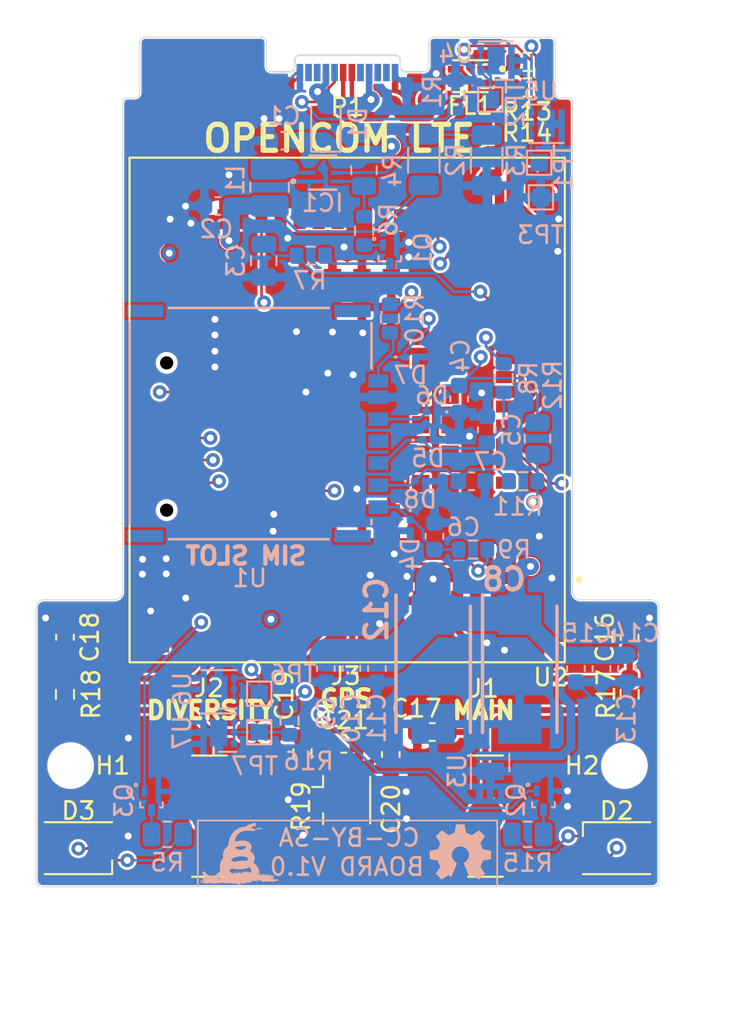
<source format=kicad_pcb>
(kicad_pcb (version 20221018) (generator pcbnew)

  (general
    (thickness 0.8)
  )

  (paper "A4")
  (title_block
    (title "openCom LTE")
    (rev "v1.0")
    (company "Liberated Embedded Systems")
    (comment 1 "Licensed under Creative Commons Attribution 4.0.")
    (comment 4 "https://liberatedsystems.co.uk")
  )

  (layers
    (0 "F.Cu" signal)
    (1 "In1.Cu" signal)
    (2 "In2.Cu" signal)
    (31 "B.Cu" signal)
    (32 "B.Adhes" user "B.Adhesive")
    (33 "F.Adhes" user "F.Adhesive")
    (34 "B.Paste" user)
    (35 "F.Paste" user)
    (36 "B.SilkS" user "B.Silkscreen")
    (37 "F.SilkS" user "F.Silkscreen")
    (38 "B.Mask" user)
    (39 "F.Mask" user)
    (40 "Dwgs.User" user "User.Drawings")
    (41 "Cmts.User" user "User.Comments")
    (42 "Eco1.User" user "User.Eco1")
    (43 "Eco2.User" user "User.Eco2")
    (44 "Edge.Cuts" user)
    (45 "Margin" user)
    (46 "B.CrtYd" user "B.Courtyard")
    (47 "F.CrtYd" user "F.Courtyard")
    (48 "B.Fab" user)
    (49 "F.Fab" user)
    (50 "User.1" user)
    (51 "User.2" user)
    (52 "User.3" user)
    (53 "User.4" user)
    (54 "User.5" user)
    (55 "User.6" user)
    (56 "User.7" user)
    (57 "User.8" user)
    (58 "User.9" user)
  )

  (setup
    (stackup
      (layer "F.SilkS" (type "Top Silk Screen"))
      (layer "F.Paste" (type "Top Solder Paste"))
      (layer "F.Mask" (type "Top Solder Mask") (thickness 0.01))
      (layer "F.Cu" (type "copper") (thickness 0.035))
      (layer "dielectric 1" (type "prepreg") (thickness 0.1) (material "FR4") (epsilon_r 4.5) (loss_tangent 0.02))
      (layer "In1.Cu" (type "copper") (thickness 0.035))
      (layer "dielectric 2" (type "core") (thickness 0.44) (material "FR4") (epsilon_r 4.5) (loss_tangent 0.02))
      (layer "In2.Cu" (type "copper") (thickness 0.035))
      (layer "dielectric 3" (type "prepreg") (thickness 0.1) (material "FR4") (epsilon_r 4.5) (loss_tangent 0.02))
      (layer "B.Cu" (type "copper") (thickness 0.035))
      (layer "B.Mask" (type "Bottom Solder Mask") (thickness 0.01))
      (layer "B.Paste" (type "Bottom Solder Paste"))
      (layer "B.SilkS" (type "Bottom Silk Screen"))
      (copper_finish "None")
      (dielectric_constraints no)
    )
    (pad_to_mask_clearance 0)
    (pcbplotparams
      (layerselection 0x00010fc_ffffffff)
      (plot_on_all_layers_selection 0x0000000_00000000)
      (disableapertmacros false)
      (usegerberextensions false)
      (usegerberattributes true)
      (usegerberadvancedattributes true)
      (creategerberjobfile true)
      (dashed_line_dash_ratio 12.000000)
      (dashed_line_gap_ratio 3.000000)
      (svgprecision 4)
      (plotframeref false)
      (viasonmask false)
      (mode 1)
      (useauxorigin false)
      (hpglpennumber 1)
      (hpglpenspeed 20)
      (hpglpendiameter 15.000000)
      (dxfpolygonmode true)
      (dxfimperialunits true)
      (dxfusepcbnewfont true)
      (psnegative false)
      (psa4output false)
      (plotreference true)
      (plotvalue true)
      (plotinvisibletext false)
      (sketchpadsonfab false)
      (subtractmaskfromsilk false)
      (outputformat 1)
      (mirror false)
      (drillshape 0)
      (scaleselection 1)
      (outputdirectory "gen/")
    )
  )

  (net 0 "")
  (net 1 "VBUS")
  (net 2 "GND")
  (net 3 "+3V8")
  (net 4 "/POWER_GOOD")
  (net 5 "/USIM_PRESENCE")
  (net 6 "/ANT_MAIN")
  (net 7 "/ANT_DIV")
  (net 8 "/ANT_GNSS")
  (net 9 "Net-(J3-In)")
  (net 10 "Net-(D1-A)")
  (net 11 "Net-(D2-K)")
  (net 12 "Net-(D3-K)")
  (net 13 "/USB_D+")
  (net 14 "/USB_D-")
  (net 15 "Net-(IC1-SW)")
  (net 16 "Net-(IC1-FB)")
  (net 17 "Net-(IC1-PG)")
  (net 18 "Net-(P1-CC)")
  (net 19 "unconnected-(P1-VCONN-PadB5)")
  (net 20 "Net-(Q1-B)")
  (net 21 "Net-(Q1-C)")
  (net 22 "/NETLIGHT")
  (net 23 "Net-(Q2-C)")
  (net 24 "/STATUS")
  (net 25 "Net-(Q3-C)")
  (net 26 "/USIM_RST")
  (net 27 "/USIM_CLK")
  (net 28 "/VDD_EXT")
  (net 29 "/USIM_DATA")
  (net 30 "Net-(R13-Pad1)")
  (net 31 "Net-(R14-Pad1)")
  (net 32 "Net-(R16-Pad2)")
  (net 33 "Net-(U2-USB_BOOT)")
  (net 34 "unconnected-(U1-VPP-PadC6)")
  (net 35 "unconnected-(U2-RESET_N-Pad17)")
  (net 36 "unconnected-(U2-PCM_DOUT-Pad7)")
  (net 37 "unconnected-(U2-PCM_DIN-Pad6)")
  (net 38 "unconnected-(U2-PCM_SYNC-Pad5)")
  (net 39 "unconnected-(U2-PCM_CLK-Pad4)")
  (net 40 "unconnected-(U2-RI-Pad39)")
  (net 41 "unconnected-(U2-DCD-Pad38)")
  (net 42 "unconnected-(U2-RTS-Pad37)")
  (net 43 "unconnected-(U2-CTS-Pad36)")
  (net 44 "unconnected-(U2-TXD-Pad35)")
  (net 45 "unconnected-(U2-RXD-Pad34)")
  (net 46 "unconnected-(U2-I2C_SCL-Pad40)")
  (net 47 "unconnected-(U2-I2C_SDA-Pad41)")
  (net 48 "unconnected-(U2-ADC0-Pad24)")
  (net 49 "unconnected-(U2-AP_READY-Pad19)")
  (net 50 "unconnected-(U2-DTR-Pad30)")
  (net 51 "unconnected-(U2-SPI_MISO-Pad28)")
  (net 52 "unconnected-(U2-SPI_MOSI-Pad27)")
  (net 53 "unconnected-(U2-SPI_CLK-Pad26)")
  (net 54 "unconnected-(U2-USIM2_RST-Pad85)")
  (net 55 "unconnected-(U2-USIM2_CLK-Pad84)")
  (net 56 "unconnected-(U2-USIM2_PRESENCE-Pad83)")
  (net 57 "unconnected-(U2-USIM2_DATA-Pad86)")
  (net 58 "unconnected-(U2-USIM2_VDD-Pad87)")
  (net 59 "/USIM_VDD")
  (net 60 "Net-(U1-RST)")
  (net 61 "Net-(U1-CLK)")
  (net 62 "Net-(U1-I{slash}O)")
  (net 63 "Net-(C17-Pad1)")
  (net 64 "Net-(C19-Pad1)")
  (net 65 "/USBC_D+")
  (net 66 "/USBC_D-")
  (net 67 "unconnected-(U2-RESERVED-Pad18)")
  (net 68 "unconnected-(U2-DBG_RXD-Pad22)")
  (net 69 "unconnected-(U2-DBG_TXD-Pad23)")

  (footprint "CONSMA002-SMD:LINX_CONSMA002-SMD" (layer "F.Cu") (at 151.72 142.15))

  (footprint "Resistor_SMD:R_0603_1608Metric" (layer "F.Cu") (at 154.15 98.575 180))

  (footprint "Resistor_SMD:R_0603_1608Metric_Pad0.98x0.95mm_HandSolder" (layer "F.Cu") (at 160.05 135.1125 -90))

  (footprint "LED_SMD:LED_Cree-PLCC4_3.2x2.8mm_CCW" (layer "F.Cu") (at 128.2 144 180))

  (footprint "Capacitor_SMD:C_0603_1608Metric_Pad1.08x0.95mm_HandSolder" (layer "F.Cu") (at 146.25 138.5875 -90))

  (footprint "Resistor_SMD:R_0603_1608Metric_Pad0.98x0.95mm_HandSolder" (layer "F.Cu") (at 141.15 138.5375 -90))

  (footprint "Connector_USB:USB_C_Plug_Molex_105444" (layer "F.Cu") (at 143.75 99.15))

  (footprint "MountingHole:MountingHole_2.2mm_M2" (layer "F.Cu") (at 159.75 139.23))

  (footprint "LED_SMD:LED_Cree-PLCC4_3.2x2.8mm_CCW" (layer "F.Cu") (at 159.3 144))

  (footprint "CONSMA002-SMD:LINX_CONSMA002-SMD" (layer "F.Cu") (at 135.77 142.15))

  (footprint "Capacitor_SMD:C_0603_1608Metric_Pad1.08x0.95mm_HandSolder" (layer "F.Cu") (at 160.05 131.8125 90))

  (footprint "Capacitor_SMD:C_0603_1608Metric_Pad1.08x0.95mm_HandSolder" (layer "F.Cu") (at 138.7675 137.29))

  (footprint "Capacitor_SMD:C_0603_1608Metric_Pad1.08x0.95mm_HandSolder" (layer "F.Cu") (at 127.425 131.8125 90))

  (footprint "Capacitor_SMD:C_0603_1608Metric_Pad1.08x0.95mm_HandSolder" (layer "F.Cu") (at 148.6475 137.29 180))

  (footprint "Capacitor_SMD:C_0603_1608Metric_Pad1.08x0.95mm_HandSolder" (layer "F.Cu") (at 143.5375 137.975))

  (footprint "Resistor_SMD:R_0603_1608Metric_Pad0.98x0.95mm_HandSolder" (layer "F.Cu") (at 127.425 135.1125 -90))

  (footprint "MountingHole:MountingHole_2.2mm_M2" (layer "F.Cu") (at 127.75 139.23))

  (footprint "Resistor_SMD:R_0603_1608Metric" (layer "F.Cu") (at 154.15 100.05 180))

  (footprint "DLW21SN900SQ2L:FIL_DLW21SN900SQ2L" (layer "F.Cu") (at 150.85 99.4 180))

  (footprint "EG95:XCVR_EG95" (layer "F.Cu")
    (tstamp f851ed5b-4e23-405b-b1aa-e8d65dde7576)
    (at 143.73 118.685 180)
    (property "MANUFACTURER" "Quectel")
    (property "MAXIMUM_PACKAGE_HEIGHT" "2.5mm")
    (property "PARTREV" "1.5")
    (property "STANDARD" "Manufacturer Recommendations")
    (property "Sheetfile" "opencom-lte.kicad_sch")
    (property "Sheetname" "")
    (path "/e6a6b14f-fc94-4e9b-b34c-71e0e50cdc39")
    (attr smd)
    (fp_text reference "U2" (at -11.76 -15.445) (layer "F.SilkS")
        (effects (font (size 1 1) (thickness 0.153)))
      (tstamp 1d464947-5842-4187-a9bd-c30a4e55b624)
    )
    (fp_text value "EG95" (at -12.635 15.715) (layer "F.Fab")
        (effects (font (size 1 1) (thickness 0.15)))
      (tstamp 7b80973e-b338-4301-a0a8-35a68cefc798)
    )
    (fp_circle (center -5.95 -4.25) (end -5.478 -4.25)
      (stroke (width 0) (type solid)) (fill solid) (layer "F.Paste") (tstamp 67d3b74d-81a9-43e5-82a0-a58ecb94a205))
    (fp_circle (center -5.95 -2.55) (end -5.478 -2.55)
      (stroke (width 0) (type solid)) (fill solid) (layer "F.Paste") (tstamp 12d7749c-79c9-41a7-b0f5-19f3bfe17632))
    (fp_circle (center -5.95 -0.85) (end -5.478 -0.85)
      (stroke (width 0) (type solid)) (fill solid) (layer "F.Paste") (tstamp 4e384b70-bee1-4f3c-923a-35ca47ab2658))
    (fp_circle (center -5.95 0.85) (end -5.478 0.85)
      (stroke (width 0) (type solid)) (fill solid) (layer "F.Paste") (tstamp 6d05fc8f-1146-4558-87f4-124d02db3765))
    (fp_circle (center -5.95 2.55) (end -5.478 2.55)
      (stroke (width 0) (type solid)) (fill solid) (layer "F.Paste") (tstamp 357ed333-a131-4460-9f03-f99d16791163))
    (fp_circle (center -5.95 4.25) (end -5.478 4.25)
      (stroke (width 0) (type solid)) (fill solid) (layer "F.Paste") (tstamp 63f94867-3c9e-4667-930a-fee0f1e2ebe2))
    (fp_circle (center -4.25 -4.25) (end -3.778 -4.25)
      (stroke (width 0) (type solid)) (fill solid) (layer "F.Paste") (tstamp 13cc66c6-7510-4e83-a694-d08949b734e5))
    (fp_circle (center -4.25 -2.55) (end -3.778 -2.55)
      (stroke (width 0) (type solid)) (fill solid) (layer "F.Paste") (tstamp 8c7a9cf3-ddbd-4b7c-bebc-49031a5e6d73))
    (fp_circle (center -4.25 -0.85) (end -3.778 -0.85)
      (stroke (width 0) (type solid)) (fill solid) (layer "F.Paste") (tstamp 3d9d3b4e-af9b-4dbc-9336-c29b3746faba))
    (fp_circle (center -4.25 0.85) (end -3.778 0.85)
      (stroke (width 0) (type solid)) (fill solid) (layer "F.Paste") (tstamp 690ddcd6-4d8e-42c0-ad75-ff9db3797b01))
    (fp_circle (center -4.25 2.55) (end -3.778 2.55)
      (stroke (width 0) (type solid)) (fill solid) (layer "F.Paste") (tstamp 75b36f97-51b2-4f40-b557-750c42c33062))
    (fp_circle (center -4.25 4.25) (end -3.778 4.25)
      (stroke (width 0) (type solid)) (fill solid) (layer "F.Paste") (tstamp 4e758d36-1513-487c-9267-fc087fa18d60))
    (fp_circle (center -2.55 -7.65) (end -2.078 -7.65)
      (stroke (width 0) (type solid)) (fill solid) (layer "F.Paste") (tstamp 3633692c-49f1-42ca-94b0-b891b5a33b8a))
    (fp_circle (center -2.55 -5.95) (end -2.078 -5.95)
      (stroke (width 0) (type solid)) (fill solid) (layer "F.Paste") (tstamp daf7962a-2a44-472f-b9c9-8c84ea1849f8))
    (fp_circle (center -2.55 5.95) (end -2.078 5.95)
      (stroke (width 0) (type solid)) (fill solid) (layer "F.Paste") (tstamp 32fabbac-dc5d-4778-92ac-b5c62bce09fe))
    (fp_circle (center -2.55 7.65) (end -2.078 7.65)
      (stroke (width 0) (type solid)) (fill solid) (layer "F.Paste") (tstamp b9df1aa6-a689-4293-8753-7c59f8230178))
    (fp_circle (center -0.85 -7.65) (end -0.378 -7.65)
      (stroke (width 0) (type solid)) (fill solid) (layer "F.Paste") (tstamp 4d0be172-5136-470d-b73a-7a8cb51ed73c))
    (fp_circle (center -0.85 -5.95) (end -0.378 -5.95)
      (stroke (width 0) (type solid)) (fill solid) (layer "F.Paste") (tstamp e9ad7bc7-db7f-41e8-8090-37c9b439c87a))
    (fp_circle (center -0.85 5.95) (end -0.378 5.95)
      (stroke (width 0) (type solid)) (fill solid) (layer "F.Paste") (tstamp 4a30cd4e-e496-41e4-82a6-3686d3ecb188))
    (fp_circle (center -0.85 7.65) (end -0.378 7.65)
      (stroke (width 0) (type solid)) (fill solid) (layer "F.Paste") (tstamp 55b8e7ce-c026-444a-87d3-c25fb53b51c9))
    (fp_circle (center 0.85 -7.65) (end 1.322 -7.65)
      (stroke (width 0) (type solid)) (fill solid) (layer "F.Paste") (tstamp 32b20396-c9b0-4873-b9ba-fa2c66fc98d1))
    (fp_circle (center 0.85 -5.95) (end 1.322 -5.95)
      (stroke (width 0) (type solid)) (fill solid) (layer "F.Paste") (tstamp e03b0b90-06f2-4e0d-a234-628bf843efeb))
    (fp_circle (center 0.85 5.95) (end 1.322 5.95)
      (stroke (width 0) (type solid)) (fill solid) (layer "F.Paste") (tstamp 117ba3fd-2c95-455c-a1fb-79870f2b7c3e))
    (fp_circle (center 0.85 7.65) (end 1.322 7.65)
      (stroke (width 0) (type solid)) (fill solid) (layer "F.Paste") (tstamp 9cebe8bb-5944-4532-84f3-4db69cb5a267))
    (fp_circle (center 2.55 -7.65) (end 3.022 -7.65)
      (stroke (width 0) (type solid)) (fill solid) (layer "F.Paste") (tstamp 4591d32e-0bfd-40f2-a436-d8c4a8df7b9c))
    (fp_circle (center 2.55 -5.95) (end 3.022 -5.95)
      (stroke (width 0) (type solid)) (fill solid) (layer "F.Paste") (tstamp 27feb6eb-48a0-44e1-945e-be4be8aa40cb))
    (fp_circle (center 2.55 5.95) (end 3.022 5.95)
      (stroke (width 0) (type solid)) (fill solid) (layer "F.Paste") (tstamp d0d20436-b778-4fa3-9675-56b791c3d56f))
    (fp_circle (center 2.55 7.65) (end 3.022 7.65)
      (stroke (width 0) (type solid)) (fill solid) (layer "F.Paste") (tstamp defa867d-6b76-49c8-bb58-cf6b459a29a2))
    (fp_circle (center 4.25 -4.25) (end 4.722 -4.25)
      (stroke (width 0) (type solid)) (fill solid) (layer "F.Paste") (tstamp 025de2ef-81a6-402c-bdfe-0f3340f36076))
    (fp_circle (center 4.25 -2.55) (end 4.722 -2.55)
      (stroke (width 0) (type solid)) (fill solid) (layer "F.Paste") (tstamp 920f3030-f3a9-49d9-98b1-ba1e7a6cde5b))
    (fp_circle (center 4.25 -0.85) (end 4.722 -0.85)
      (stroke (width 0) (type solid)) (fill solid) (layer "F.Paste") (tstamp cf2d715c-b57e-4e29-b1b7-62efa84a9561))
    (fp_circle (center 4.25 0.85) (end 4.722 0.85)
      (stroke (width 0) (type solid)) (fill solid) (layer "F.Paste") (tstamp ca71414b-1dcf-458c-9ec7-99f7644ea8d3))
    (fp_circle (center 4.25 2.55) (end 4.722 2.55)
      (stroke (width 0) (type solid)) (fill solid) (layer "F.Paste") (tstamp c74df507-238b-4f61-b908-673a0ad914c0))
    (fp_circle (center 4.25 4.25) (end 4.722 4.25)
      (stroke (width 0) (type solid)) (fill solid) (layer "F.Paste") (tstamp 89941a95-52f2-4f01-b5ae-ea2ee97dc086))
    (fp_circle (center 5.95 -4.25) (end 6.422 -4.25)
      (stroke (width 0) (type solid)) (fill solid) (layer "F.Paste") (tstamp 464d7fed-1c31-488c-ad54-5f06dec5a552))
    (fp_circle (center 5.95 -2.55) (end 6.422 -2.55)
      (stroke (width 0) (type solid)) (fill solid) (layer "F.Paste") (tstamp 7989918b-1f57-4399-89ef-f58e0c36eb2c))
    (fp_circle (center 5.95 -0.85) (end 6.422 -0.85)
      (stroke (width 0) (type solid)) (fill solid) (layer "F.Paste") (tstamp 338601a2-47bf-49f9-ba85-32e5a710140d))
    (fp_circle (center 5.95 0.85) (end 6.422 0.85)
      (stroke (width 0) (type solid)) (fill solid) (layer "F.Paste") (tstamp 12da4203-b063-4a2b-968e-3657dc112560))
    (fp_circle (center 5.95 2.55) (end 6.422 2.55)
      (stroke (width 0) (type solid)) (fill solid) (layer "F.Paste") (tstamp 7f6528a6-3a92-4aca-ba64-fc076fca4400))
    (fp_circle (center 5.95 4.25) (end 6.422 4.25)
      (stroke (width 0) (type solid)) (fill solid) (layer "F.Paste") (tstamp faf3a879-e27f-4ff1-b81f-1530938d56fc))
    (fp_poly
      (pts
        (xy -11.66 -13.66)
        (xy -10.64 -13.66)
        (xy -10.64 -12.64)
        (xy -11.66 -12.64)
      )

      (stroke (width 0.01) (type solid)) (fill solid) (layer "F.Paste") (tstamp a4cf9f7c-fc80-4a6e-8aed-8618a06b9c70))
    (fp_poly
      (pts
        (xy -10.54 13.56)
        (xy -10.78 13.56)
        (xy -11.56 12.78)
        (xy -11.56 12.54)
        (xy -10.54 12.54)
      )

      (stroke (width 0.0001) (type solid)) (fill solid) (layer "F.Paste") (tstamp 36e8bdf4-fab0-480a-ae07-fd85752c3d27))
    (fp_poly
      (pts
        (xy -10.54 13.56)
        (xy -10.78 13.56)
        (xy -11.56 12.78)
        (xy -11.56 12.54)
        (xy -10.54 12.54)
      )

      (stroke (width 0.0001) (type solid)) (fill solid) (layer "F.Paste") (tstamp fb33d6b7-c026-42c4-b8ab-e0e13b2d656e))
    (fp_poly
      (pts
        (xy 10.54 -13.56)
        (xy 10.78 -13.56)
        (xy 11.56 -12.78)
        (xy 11.56 -12.54)
        (xy 10.54 -12.54)
      )

      (stroke (width 0.0001) (type solid)) (fill solid) (layer "F.Paste") (tstamp 74c62a22-a856-4ac7-bb7a-1febdc12e728))
    (fp_poly
      (pts
        (xy 10.54 13.56)
        (xy 10.78 13.56)
        (xy 11.56 12.78)
        (xy 11.56 12.54)
        (xy 10.54 12.54)
      )

      (stroke (width 0.0001) (type solid)) (fill solid) (layer "F.Paste") (tstamp c4360858-c8a5-42dc-836e-f31e91c33908))
    (fp_poly
      (pts
        (xy -9.525 -9.98)
        (xy -8.825 -9.98)
        (xy -8.819 -9.98)
        (xy -8.814 -9.979)
        (xy -8.808 -9.979)
        (xy -8.802 -9.978)
        (xy -8.797 -9.976)
        (xy -8.791 -9.975)
        (xy -8.786 -9.973)
        (xy -8.78 -9.97)
        (xy -8.775 -9.968)
        (xy -8.77 -9.965)
        (xy -8.765 -9.962)
        (xy -8.76 -9.959)
        (xy -8.756 -9.955)
        (xy -8.751 -9.952)
        (xy -8.747 -9.948)
        (xy -8.743 -9.944)
        (xy -8.74 -9.939)
        (xy -8.736 -9.935)
        (xy -8.733 -9.93)
        (xy -8.73 -9.925)
        (xy -8.727 -9.92)
        (xy -8.725 -9.915)
        (xy -8.722 -9.909)
        (xy -8.72 -9.904)
        (xy -8.719 -9.898)
        (xy -8.717 -9.893)
        (xy -8.716 -9.887)
        (xy -8.716 -9.881)
        (xy -8.715 -9.876)
        (xy -8.715 -9.87)
        (xy -8.715 -9.53)
        (xy -8.715 -9.524)
        (xy -8.716 -9.519)
        (xy -8.716 -9.513)
        (xy -8.717 -9.507)
        (xy -8.719 -9.502)
        (xy -8.72 -9.496)
        (xy -8.722 -9.491)
        (xy -8.725 -9.485)
        (xy -8.727 -9.48)
        (xy -8.73 -9.475)
        (xy -8.733 -9.47)
        (xy -8.736 -9.465)
        (xy -8.74 -9.461)
        (xy -8.743 -9.456)
        (xy -8.747 -9.452)
        (xy -8.751 -9.448)
        (xy -8.756 -9.445)
        (xy -8.76 -9.441)
        (xy -8.765 -9.438)
        (xy -8.77 -9.435)
        (xy -8.775 -9.432)
        (xy -8.78 -9.43)
        (xy -8.786 -9.427)
        (xy -8.791 -9.425)
        (xy -8.797 -9.424)
        (xy -8.802 -9.422)
        (xy -8.808 -9.421)
        (xy -8.814 -9.421)
        (xy -8.819 -9.42)
        (xy -8.825 -9.42)
        (xy -9.525 -9.42)
        (xy -9.531 -9.42)
        (xy -9.536 -9.421)
        (xy -9.542 -9.421)
        (xy -9.548 -9.422)
        (xy -9.553 -9.424)
        (xy -9.559 -9.425)
        (xy -9.564 -9.427)
        (xy -9.57 -9.43)
        (xy -9.575 -9.432)
        (xy -9.58 -9.435)
        (xy -9.585 -9.438)
        (xy -9.59 -9.441)
        (xy -9.594 -9.445)
        (xy -9.599 -9.448)
        (xy -9.603 -9.452)
        (xy -9.607 -9.456)
        (xy -9.61 -9.461)
        (xy -9.614 -9.465)
        (xy -9.617 -9.47)
        (xy -9.62 -9.475)
        (xy -9.623 -9.48)
        (xy -9.625 -9.485)
        (xy -9.628 -9.491)
        (xy -9.63 -9.496)
        (xy -9.631 -9.502)
        (xy -9.633 -9.507)
        (xy -9.634 -9.513)
        (xy -9.634 -9.519)
        (xy -9.635 -9.524)
        (xy -9.635 -9.53)
        (xy -9.635 -9.87)
        (xy -9.635 -9.876)
        (xy -9.634 -9.881)
        (xy -9.634 -9.887)
        (xy -9.633 -9.893)
        (xy -9.631 -9.898)
        (xy -9.63 -9.904)
        (xy -9.628 -9.909)
        (xy -9.625 -9.915)
        (xy -9.623 -9.92)
        (xy -9.62 -9.925)
        (xy -9.617 -9.93)
        (xy -9.614 -9.935)
        (xy -9.61 -9.939)
        (xy -9.607 -9.944)
        (xy -9.603 -9.948)
        (xy -9.599 -9.952)
        (xy -9.594 -9.955)
        (xy -9.59 -9.959)
        (xy -9.585 -9.962)
        (xy -9.58 -9.965)
        (xy -9.575 -9.968)
        (xy -9.57 -9.97)
        (xy -9.564 -9.973)
        (xy -9.559 -9.975)
        (xy -9.553 -9.976)
        (xy -9.548 -9.978)
        (xy -9.542 -9.979)
        (xy -9.536 -9.979)
        (xy -9.531 -9.98)
        (xy -9.525 -9.98)
      )

      (stroke (width 0.0001) (type solid)) (fill solid) (layer "F.Paste") (tstamp 381fb920-c57b-4d2c-bff1-181bec3e7f23))
    (fp_poly
      (pts
        (xy -9.525 -8.88)
        (xy -8.825 -8.88)
        (xy -8.819 -8.88)
        (xy -8.814 -8.879)
        (xy -8.808 -8.879)
        (xy -8.802 -8.878)
        (xy -8.797 -8.876)
        (xy -8.791 -8.875)
        (xy -8.786 -8.873)
        (xy -8.78 -8.87)
        (xy -8.775 -8.868)
        (xy -8.77 -8.865)
        (xy -8.765 -8.862)
        (xy -8.76 -8.859)
        (xy -8.756 -8.855)
        (xy -8.751 -8.852)
        (xy -8.747 -8.848)
        (xy -8.743 -8.844)
        (xy -8.74 -8.839)
        (xy -8.736 -8.835)
        (xy -8.733 -8.83)
        (xy -8.73 -8.825)
        (xy -8.727 -8.82)
        (xy -8.725 -8.815)
        (xy -8.722 -8.809)
        (xy -8.72 -8.804)
        (xy -8.719 -8.798)
        (xy -8.717 -8.793)
        (xy -8.716 -8.787)
        (xy -8.716 -8.781)
        (xy -8.715 -8.776)
        (xy -8.715 -8.77)
        (xy -8.715 -8.43)
        (xy -8.715 -8.424)
        (xy -8.716 -8.419)
        (xy -8.716 -8.413)
        (xy -8.717 -8.407)
        (xy -8.719 -8.402)
        (xy -8.72 -8.396)
        (xy -8.722 -8.391)
        (xy -8.725 -8.385)
        (xy -8.727 -8.38)
        (xy -8.73 -8.375)
        (xy -8.733 -8.37)
        (xy -8.736 -8.365)
        (xy -8.74 -8.361)
        (xy -8.743 -8.356)
        (xy -8.747 -8.352)
        (xy -8.751 -8.348)
        (xy -8.756 -8.345)
        (xy -8.76 -8.341)
        (xy -8.765 -8.338)
        (xy -8.77 -8.335)
        (xy -8.775 -8.332)
        (xy -8.78 -8.33)
        (xy -8.786 -8.327)
        (xy -8.791 -8.325)
        (xy -8.797 -8.324)
        (xy -8.802 -8.322)
        (xy -8.808 -8.321)
        (xy -8.814 -8.321)
        (xy -8.819 -8.32)
        (xy -8.825 -8.32)
        (xy -9.525 -8.32)
        (xy -9.531 -8.32)
        (xy -9.536 -8.321)
        (xy -9.542 -8.321)
        (xy -9.548 -8.322)
        (xy -9.553 -8.324)
        (xy -9.559 -8.325)
        (xy -9.564 -8.327)
        (xy -9.57 -8.33)
        (xy -9.575 -8.332)
        (xy -9.58 -8.335)
        (xy -9.585 -8.338)
        (xy -9.59 -8.341)
        (xy -9.594 -8.345)
        (xy -9.599 -8.348)
        (xy -9.603 -8.352)
        (xy -9.607 -8.356)
        (xy -9.61 -8.361)
        (xy -9.614 -8.365)
        (xy -9.617 -8.37)
        (xy -9.62 -8.375)
        (xy -9.623 -8.38)
        (xy -9.625 -8.385)
        (xy -9.628 -8.391)
        (xy -9.63 -8.396)
        (xy -9.631 -8.402)
        (xy -9.633 -8.407)
        (xy -9.634 -8.413)
        (xy -9.634 -8.419)
        (xy -9.635 -8.424)
        (xy -9.635 -8.43)
        (xy -9.635 -8.77)
        (xy -9.635 -8.776)
        (xy -9.634 -8.781)
        (xy -9.634 -8.787)
        (xy -9.633 -8.793)
        (xy -9.631 -8.798)
        (xy -9.63 -8.804)
        (xy -9.628 -8.809)
        (xy -9.625 -8.815)
        (xy -9.623 -8.82)
        (xy -9.62 -8.825)
        (xy -9.617 -8.83)
        (xy -9.614 -8.835)
        (xy -9.61 -8.839)
        (xy -9.607 -8.844)
        (xy -9.603 -8.848)
        (xy -9.599 -8.852)
        (xy -9.594 -8.855)
        (xy -9.59 -8.859)
        (xy -9.585 -8.862)
        (xy -9.58 -8.865)
        (xy -9.575 -8.868)
        (xy -9.57 -8.87)
        (xy -9.564 -8.873)
        (xy -9.559 -8.875)
        (xy -9.553 -8.876)
        (xy -9.548 -8.878)
        (xy -9.542 -8.879)
        (xy -9.536 -8.879)
        (xy -9.531 -8.88)
        (xy -9.525 -8.88)
      )

      (stroke (width 0.0001) (type solid)) (fill solid) (layer "F.Paste") (tstamp 15a79106-df97-4493-8a49-601ca5566463))
    (fp_poly
      (pts
        (xy -9.525 -7.78)
        (xy -8.825 -7.78)
        (xy -8.819 -7.78)
        (xy -8.814 -7.779)
        (xy -8.808 -7.779)
        (xy -8.802 -7.778)
        (xy -8.797 -7.776)
        (xy -8.791 -7.775)
        (xy -8.786 -7.773)
        (xy -8.78 -7.77)
        (xy -8.775 -7.768)
        (xy -8.77 -7.765)
        (xy -8.765 -7.762)
        (xy -8.76 -7.759)
        (xy -8.756 -7.755)
        (xy -8.751 -7.752)
        (xy -8.747 -7.748)
        (xy -8.743 -7.744)
        (xy -8.74 -7.739)
        (xy -8.736 -7.735)
        (xy -8.733 -7.73)
        (xy -8.73 -7.725)
        (xy -8.727 -7.72)
        (xy -8.725 -7.715)
        (xy -8.722 -7.709)
        (xy -8.72 -7.704)
        (xy -8.719 -7.698)
        (xy -8.717 -7.693)
        (xy -8.716 -7.687)
        (xy -8.716 -7.681)
        (xy -8.715 -7.676)
        (xy -8.715 -7.67)
        (xy -8.715 -7.33)
        (xy -8.715 -7.324)
        (xy -8.716 -7.319)
        (xy -8.716 -7.313)
        (xy -8.717 -7.307)
        (xy -8.719 -7.302)
        (xy -8.72 -7.296)
        (xy -8.722 -7.291)
        (xy -8.725 -7.285)
        (xy -8.727 -7.28)
        (xy -8.73 -7.275)
        (xy -8.733 -7.27)
        (xy -8.736 -7.265)
        (xy -8.74 -7.261)
        (xy -8.743 -7.256)
        (xy -8.747 -7.252)
        (xy -8.751 -7.248)
        (xy -8.756 -7.245)
        (xy -8.76 -7.241)
        (xy -8.765 -7.238)
        (xy -8.77 -7.235)
        (xy -8.775 -7.232)
        (xy -8.78 -7.23)
        (xy -8.786 -7.227)
        (xy -8.791 -7.225)
        (xy -8.797 -7.224)
        (xy -8.802 -7.222)
        (xy -8.808 -7.221)
        (xy -8.814 -7.221)
        (xy -8.819 -7.22)
        (xy -8.825 -7.22)
        (xy -9.525 -7.22)
        (xy -9.531 -7.22)
        (xy -9.536 -7.221)
        (xy -9.542 -7.221)
        (xy -9.548 -7.222)
        (xy -9.553 -7.224)
        (xy -9.559 -7.225)
        (xy -9.564 -7.227)
        (xy -9.57 -7.23)
        (xy -9.575 -7.232)
        (xy -9.58 -7.235)
        (xy -9.585 -7.238)
        (xy -9.59 -7.241)
        (xy -9.594 -7.245)
        (xy -9.599 -7.248)
        (xy -9.603 -7.252)
        (xy -9.607 -7.256)
        (xy -9.61 -7.261)
        (xy -9.614 -7.265)
        (xy -9.617 -7.27)
        (xy -9.62 -7.275)
        (xy -9.623 -7.28)
        (xy -9.625 -7.285)
        (xy -9.628 -7.291)
        (xy -9.63 -7.296)
        (xy -9.631 -7.302)
        (xy -9.633 -7.307)
        (xy -9.634 -7.313)
        (xy -9.634 -7.319)
        (xy -9.635 -7.324)
        (xy -9.635 -7.33)
        (xy -9.635 -7.67)
        (xy -9.635 -7.676)
        (xy -9.634 -7.681)
        (xy -9.634 -7.687)
        (xy -9.633 -7.693)
        (xy -9.631 -7.698)
        (xy -9.63 -7.704)
        (xy -9.628 -7.709)
        (xy -9.625 -7.715)
        (xy -9.623 -7.72)
        (xy -9.62 -7.725)
        (xy -9.617 -7.73)
        (xy -9.614 -7.735)
        (xy -9.61 -7.739)
        (xy -9.607 -7.744)
        (xy -9.603 -7.748)
        (xy -9.599 -7.752)
        (xy -9.594 -7.755)
        (xy -9.59 -7.759)
        (xy -9.585 -7.762)
        (xy -9.58 -7.765)
        (xy -9.575 -7.768)
        (xy -9.57 -7.77)
        (xy -9.564 -7.773)
        (xy -9.559 -7.775)
        (xy -9.553 -7.776)
        (xy -9.548 -7.778)
        (xy -9.542 -7.779)
        (xy -9.536 -7.779)
        (xy -9.531 -7.78)
        (xy -9.525 -7.78)
      )

      (stroke (width 0.0001) (type solid)) (fill solid) (layer "F.Paste") (tstamp 0c575af3-6ed1-46a3-bfde-38643bb7e524))
    (fp_poly
      (pts
        (xy -9.525 -6.68)
        (xy -8.825 -6.68)
        (xy -8.819 -6.68)
        (xy -8.814 -6.679)
        (xy -8.808 -6.679)
        (xy -8.802 -6.678)
        (xy -8.797 -6.676)
        (xy -8.791 -6.675)
        (xy -8.786 -6.673)
        (xy -8.78 -6.67)
        (xy -8.775 -6.668)
        (xy -8.77 -6.665)
        (xy -8.765 -6.662)
        (xy -8.76 -6.659)
        (xy -8.756 -6.655)
        (xy -8.751 -6.652)
        (xy -8.747 -6.648)
        (xy -8.743 -6.644)
        (xy -8.74 -6.639)
        (xy -8.736 -6.635)
        (xy -8.733 -6.63)
        (xy -8.73 -6.625)
        (xy -8.727 -6.62)
        (xy -8.725 -6.615)
        (xy -8.722 -6.609)
        (xy -8.72 -6.604)
        (xy -8.719 -6.598)
        (xy -8.717 -6.593)
        (xy -8.716 -6.587)
        (xy -8.716 -6.581)
        (xy -8.715 -6.576)
        (xy -8.715 -6.57)
        (xy -8.715 -6.23)
        (xy -8.715 -6.224)
        (xy -8.716 -6.219)
        (xy -8.716 -6.213)
        (xy -8.717 -6.207)
        (xy -8.719 -6.202)
        (xy -8.72 -6.196)
        (xy -8.722 -6.191)
        (xy -8.725 -6.185)
        (xy -8.727 -6.18)
        (xy -8.73 -6.175)
        (xy -8.733 -6.17)
        (xy -8.736 -6.165)
        (xy -8.74 -6.161)
        (xy -8.743 -6.156)
        (xy -8.747 -6.152)
        (xy -8.751 -6.148)
        (xy -8.756 -6.145)
        (xy -8.76 -6.141)
        (xy -8.765 -6.138)
        (xy -8.77 -6.135)
        (xy -8.775 -6.132)
        (xy -8.78 -6.13)
        (xy -8.786 -6.127)
        (xy -8.791 -6.125)
        (xy -8.797 -6.124)
        (xy -8.802 -6.122)
        (xy -8.808 -6.121)
        (xy -8.814 -6.121)
        (xy -8.819 -6.12)
        (xy -8.825 -6.12)
        (xy -9.525 -6.12)
        (xy -9.531 -6.12)
        (xy -9.536 -6.121)
        (xy -9.542 -6.121)
        (xy -9.548 -6.122)
        (xy -9.553 -6.124)
        (xy -9.559 -6.125)
        (xy -9.564 -6.127)
        (xy -9.57 -6.13)
        (xy -9.575 -6.132)
        (xy -9.58 -6.135)
        (xy -9.585 -6.138)
        (xy -9.59 -6.141)
        (xy -9.594 -6.145)
        (xy -9.599 -6.148)
        (xy -9.603 -6.152)
        (xy -9.607 -6.156)
        (xy -9.61 -6.161)
        (xy -9.614 -6.165)
        (xy -9.617 -6.17)
        (xy -9.62 -6.175)
        (xy -9.623 -6.18)
        (xy -9.625 -6.185)
        (xy -9.628 -6.191)
        (xy -9.63 -6.196)
        (xy -9.631 -6.202)
        (xy -9.633 -6.207)
        (xy -9.634 -6.213)
        (xy -9.634 -6.219)
        (xy -9.635 -6.224)
        (xy -9.635 -6.23)
        (xy -9.635 -6.57)
        (xy -9.635 -6.576)
        (xy -9.634 -6.581)
        (xy -9.634 -6.587)
        (xy -9.633 -6.593)
        (xy -9.631 -6.598)
        (xy -9.63 -6.604)
        (xy -9.628 -6.609)
        (xy -9.625 -6.615)
        (xy -9.623 -6.62)
        (xy -9.62 -6.625)
        (xy -9.617 -6.63)
        (xy -9.614 -6.635)
        (xy -9.61 -6.639)
        (xy -9.607 -6.644)
        (xy -9.603 -6.648)
        (xy -9.599 -6.652)
        (xy -9.594 -6.655)
        (xy -9.59 -6.659)
        (xy -9.585 -6.662)
        (xy -9.58 -6.665)
        (xy -9.575 -6.668)
        (xy -9.57 -6.67)
        (xy -9.564 -6.673)
        (xy -9.559 -6.675)
        (xy -9.553 -6.676)
        (xy -9.548 -6.678)
        (xy -9.542 -6.679)
        (xy -9.536 -6.679)
        (xy -9.531 -6.68)
        (xy -9.525 -6.68)
      )

      (stroke (width 0.0001) (type solid)) (fill solid) (layer "F.Paste") (tstamp 4a9d6eca-1bec-49f3-8d4a-6444aca6165c))
    (fp_poly
      (pts
        (xy -9.525 -5.58)
        (xy -8.825 -5.58)
        (xy -8.819 -5.58)
        (xy -8.814 -5.579)
        (xy -8.808 -5.579)
        (xy -8.802 -5.578)
        (xy -8.797 -5.576)
        (xy -8.791 -5.575)
        (xy -8.786 -5.573)
        (xy -8.78 -5.57)
        (xy -8.775 -5.568)
        (xy -8.77 -5.565)
        (xy -8.765 -5.562)
        (xy -8.76 -5.559)
        (xy -8.756 -5.555)
        (xy -8.751 -5.552)
        (xy -8.747 -5.548)
        (xy -8.743 -5.544)
        (xy -8.74 -5.539)
        (xy -8.736 -5.535)
        (xy -8.733 -5.53)
        (xy -8.73 -5.525)
        (xy -8.727 -5.52)
        (xy -8.725 -5.515)
        (xy -8.722 -5.509)
        (xy -8.72 -5.504)
        (xy -8.719 -5.498)
        (xy -8.717 -5.493)
        (xy -8.716 -5.487)
        (xy -8.716 -5.481)
        (xy -8.715 -5.476)
        (xy -8.715 -5.47)
        (xy -8.715 -5.13)
        (xy -8.715 -5.124)
        (xy -8.716 -5.119)
        (xy -8.716 -5.113)
        (xy -8.717 -5.107)
        (xy -8.719 -5.102)
        (xy -8.72 -5.096)
        (xy -8.722 -5.091)
        (xy -8.725 -5.085)
        (xy -8.727 -5.08)
        (xy -8.73 -5.075)
        (xy -8.733 -5.07)
        (xy -8.736 -5.065)
        (xy -8.74 -5.061)
        (xy -8.743 -5.056)
        (xy -8.747 -5.052)
        (xy -8.751 -5.048)
        (xy -8.756 -5.045)
        (xy -8.76 -5.041)
        (xy -8.765 -5.038)
        (xy -8.77 -5.035)
        (xy -8.775 -5.032)
        (xy -8.78 -5.03)
        (xy -8.786 -5.027)
        (xy -8.791 -5.025)
        (xy -8.797 -5.024)
        (xy -8.802 -5.022)
        (xy -8.808 -5.021)
        (xy -8.814 -5.021)
        (xy -8.819 -5.02)
        (xy -8.825 -5.02)
        (xy -9.525 -5.02)
        (xy -9.531 -5.02)
        (xy -9.536 -5.021)
        (xy -9.542 -5.021)
        (xy -9.548 -5.022)
        (xy -9.553 -5.024)
        (xy -9.559 -5.025)
        (xy -9.564 -5.027)
        (xy -9.57 -5.03)
        (xy -9.575 -5.032)
        (xy -9.58 -5.035)
        (xy -9.585 -5.038)
        (xy -9.59 -5.041)
        (xy -9.594 -5.045)
        (xy -9.599 -5.048)
        (xy -9.603 -5.052)
        (xy -9.607 -5.056)
        (xy -9.61 -5.061)
        (xy -9.614 -5.065)
        (xy -9.617 -5.07)
        (xy -9.62 -5.075)
        (xy -9.623 -5.08)
        (xy -9.625 -5.085)
        (xy -9.628 -5.091)
        (xy -9.63 -5.096)
        (xy -9.631 -5.102)
        (xy -9.633 -5.107)
        (xy -9.634 -5.113)
        (xy -9.634 -5.119)
        (xy -9.635 -5.124)
        (xy -9.635 -5.13)
        (xy -9.635 -5.47)
        (xy -9.635 -5.476)
        (xy -9.634 -5.481)
        (xy -9.634 -5.487)
        (xy -9.633 -5.493)
        (xy -9.631 -5.498)
        (xy -9.63 -5.504)
        (xy -9.628 -5.509)
        (xy -9.625 -5.515)
        (xy -9.623 -5.52)
        (xy -9.62 -5.525)
        (xy -9.617 -5.53)
        (xy -9.614 -5.535)
        (xy -9.61 -5.539)
        (xy -9.607 -5.544)
        (xy -9.603 -5.548)
        (xy -9.599 -5.552)
        (xy -9.594 -5.555)
        (xy -9.59 -5.559)
        (xy -9.585 -5.562)
        (xy -9.58 -5.565)
        (xy -9.575 -5.568)
        (xy -9.57 -5.57)
        (xy -9.564 -5.573)
        (xy -9.559 -5.575)
        (xy -9.553 -5.576)
        (xy -9.548 -5.578)
        (xy -9.542 -5.579)
        (xy -9.536 -5.579)
        (xy -9.531 -5.58)
        (xy -9.525 -5.58)
      )

      (stroke (width 0.0001) (type solid)) (fill solid) (layer "F.Paste") (tstamp e40f3414-f91c-4fbd-a4de-8dc5493441cf))
    (fp_poly
      (pts
        (xy -9.525 -4.48)
        (xy -8.825 -4.48)
        (xy -8.819 -4.48)
        (xy -8.814 -4.479)
        (xy -8.808 -4.479)
        (xy -8.802 -4.478)
        (xy -8.797 -4.476)
        (xy -8.791 -4.475)
        (xy -8.786 -4.473)
        (xy -8.78 -4.47)
        (xy -8.775 -4.468)
        (xy -8.77 -4.465)
        (xy -8.765 -4.462)
        (xy -8.76 -4.459)
        (xy -8.756 -4.455)
        (xy -8.751 -4.452)
        (xy -8.747 -4.448)
        (xy -8.743 -4.444)
        (xy -8.74 -4.439)
        (xy -8.736 -4.435)
        (xy -8.733 -4.43)
        (xy -8.73 -4.425)
        (xy -8.727 -4.42)
        (xy -8.725 -4.415)
        (xy -8.722 -4.409)
        (xy -8.72 -4.404)
        (xy -8.719 -4.398)
        (xy -8.717 -4.393)
        (xy -8.716 -4.387)
        (xy -8.716 -4.381)
        (xy -8.715 -4.376)
        (xy -8.715 -4.37)
        (xy -8.715 -4.03)
        (xy -8.715 -4.024)
        (xy -8.716 -4.019)
        (xy -8.716 -4.013)
        (xy -8.717 -4.007)
        (xy -8.719 -4.002)
        (xy -8.72 -3.996)
        (xy -8.722 -3.991)
        (xy -8.725 -3.985)
        (xy -8.727 -3.98)
        (xy -8.73 -3.975)
        (xy -8.733 -3.97)
        (xy -8.736 -3.965)
        (xy -8.74 -3.961)
        (xy -8.743 -3.956)
        (xy -8.747 -3.952)
        (xy -8.751 -3.948)
        (xy -8.756 -3.945)
        (xy -8.76 -3.941)
        (xy -8.765 -3.938)
        (xy -8.77 -3.935)
        (xy -8.775 -3.932)
        (xy -8.78 -3.93)
        (xy -8.786 -3.927)
        (xy -8.791 -3.925)
        (xy -8.797 -3.924)
        (xy -8.802 -3.922)
        (xy -8.808 -3.921)
        (xy -8.814 -3.921)
        (xy -8.819 -3.92)
        (xy -8.825 -3.92)
        (xy -9.525 -3.92)
        (xy -9.531 -3.92)
        (xy -9.536 -3.921)
        (xy -9.542 -3.921)
        (xy -9.548 -3.922)
        (xy -9.553 -3.924)
        (xy -9.559 -3.925)
        (xy -9.564 -3.927)
        (xy -9.57 -3.93)
        (xy -9.575 -3.932)
        (xy -9.58 -3.935)
        (xy -9.585 -3.938)
        (xy -9.59 -3.941)
        (xy -9.594 -3.945)
        (xy -9.599 -3.948)
        (xy -9.603 -3.952)
        (xy -9.607 -3.956)
        (xy -9.61 -3.961)
        (xy -9.614 -3.965)
        (xy -9.617 -3.97)
        (xy -9.62 -3.975)
        (xy -9.623 -3.98)
        (xy -9.625 -3.985)
        (xy -9.628 -3.991)
        (xy -9.63 -3.996)
        (xy -9.631 -4.002)
        (xy -9.633 -4.007)
        (xy -9.634 -4.013)
        (xy -9.634 -4.019)
        (xy -9.635 -4.024)
        (xy -9.635 -4.03)
        (xy -9.635 -4.37)
        (xy -9.635 -4.376)
        (xy -9.634 -4.381)
        (xy -9.634 -4.387)
        (xy -9.633 -4.393)
        (xy -9.631 -4.398)
        (xy -9.63 -4.404)
        (xy -9.628 -4.409)
        (xy -9.625 -4.415)
        (xy -9.623 -4.42)
        (xy -9.62 -4.425)
        (xy -9.617 -4.43)
        (xy -9.614 -4.435)
        (xy -9.61 -4.439)
        (xy -9.607 -4.444)
        (xy -9.603 -4.448)
        (xy -9.599 -4.452)
        (xy -9.594 -4.455)
        (xy -9.59 -4.459)
        (xy -9.585 -4.462)
        (xy -9.58 -4.465)
        (xy -9.575 -4.468)
        (xy -9.57 -4.47)
        (xy -9.564 -4.473)
        (xy -9.559 -4.475)
        (xy -9.553 -4.476)
        (xy -9.548 -4.478)
        (xy -9.542 -4.479)
        (xy -9.536 -4.479)
        (xy -9.531 -4.48)
        (xy -9.525 -4.48)
      )

      (stroke (width 0.0001) (type solid)) (fill solid) (layer "F.Paste") (tstamp 632251aa-57d5-41fd-a286-0fe541e8b458))
    (fp_poly
      (pts
        (xy -9.525 -3.38)
        (xy -8.825 -3.38)
        (xy -8.819 -3.38)
        (xy -8.814 -3.379)
        (xy -8.808 -3.379)
        (xy -8.802 -3.378)
        (xy -8.797 -3.376)
        (xy -8.791 -3.375)
        (xy -8.786 -3.373)
        (xy -8.78 -3.37)
        (xy -8.775 -3.368)
        (xy -8.77 -3.365)
        (xy -8.765 -3.362)
        (xy -8.76 -3.359)
        (xy -8.756 -3.355)
        (xy -8.751 -3.352)
        (xy -8.747 -3.348)
        (xy -8.743 -3.344)
        (xy -8.74 -3.339)
        (xy -8.736 -3.335)
        (xy -8.733 -3.33)
        (xy -8.73 -3.325)
        (xy -8.727 -3.32)
        (xy -8.725 -3.315)
        (xy -8.722 -3.309)
        (xy -8.72 -3.304)
        (xy -8.719 -3.298)
        (xy -8.717 -3.293)
        (xy -8.716 -3.287)
        (xy -8.716 -3.281)
        (xy -8.715 -3.276)
        (xy -8.715 -3.27)
        (xy -8.715 -2.93)
        (xy -8.715 -2.924)
        (xy -8.716 -2.919)
        (xy -8.716 -2.913)
        (xy -8.717 -2.907)
        (xy -8.719 -2.902)
        (xy -8.72 -2.896)
        (xy -8.722 -2.891)
        (xy -8.725 -2.885)
        (xy -8.727 -2.88)
        (xy -8.73 -2.875)
        (xy -8.733 -2.87)
        (xy -8.736 -2.865)
        (xy -8.74 -2.861)
        (xy -8.743 -2.856)
        (xy -8.747 -2.852)
        (xy -8.751 -2.848)
        (xy -8.756 -2.845)
        (xy -8.76 -2.841)
        (xy -8.765 -2.838)
        (xy -8.77 -2.835)
        (xy -8.775 -2.832)
        (xy -8.78 -2.83)
        (xy -8.786 -2.827)
        (xy -8.791 -2.825)
        (xy -8.797 -2.824)
        (xy -8.802 -2.822)
        (xy -8.808 -2.821)
        (xy -8.814 -2.821)
        (xy -8.819 -2.82)
        (xy -8.825 -2.82)
        (xy -9.525 -2.82)
        (xy -9.531 -2.82)
        (xy -9.536 -2.821)
        (xy -9.542 -2.821)
        (xy -9.548 -2.822)
        (xy -9.553 -2.824)
        (xy -9.559 -2.825)
        (xy -9.564 -2.827)
        (xy -9.57 -2.83)
        (xy -9.575 -2.832)
        (xy -9.58 -2.835)
        (xy -9.585 -2.838)
        (xy -9.59 -2.841)
        (xy -9.594 -2.845)
        (xy -9.599 -2.848)
        (xy -9.603 -2.852)
        (xy -9.607 -2.856)
        (xy -9.61 -2.861)
        (xy -9.614 -2.865)
        (xy -9.617 -2.87)
        (xy -9.62 -2.875)
        (xy -9.623 -2.88)
        (xy -9.625 -2.885)
        (xy -9.628 -2.891)
        (xy -9.63 -2.896)
        (xy -9.631 -2.902)
        (xy -9.633 -2.907)
        (xy -9.634 -2.913)
        (xy -9.634 -2.919)
        (xy -9.635 -2.924)
        (xy -9.635 -2.93)
        (xy -9.635 -3.27)
        (xy -9.635 -3.276)
        (xy -9.634 -3.281)
        (xy -9.634 -3.287)
        (xy -9.633 -3.293)
        (xy -9.631 -3.298)
        (xy -9.63 -3.304)
        (xy -9.628 -3.309)
        (xy -9.625 -3.315)
        (xy -9.623 -3.32)
        (xy -9.62 -3.325)
        (xy -9.617 -3.33)
        (xy -9.614 -3.335)
        (xy -9.61 -3.339)
        (xy -9.607 -3.344)
        (xy -9.603 -3.348)
        (xy -9.599 -3.352)
        (xy -9.594 -3.355)
        (xy -9.59 -3.359)
        (xy -9.585 -3.362)
        (xy -9.58 -3.365)
        (xy -9.575 -3.368)
        (xy -9.57 -3.37)
        (xy -9.564 -3.373)
        (xy -9.559 -3.375)
        (xy -9.553 -3.376)
        (xy -9.548 -3.378)
        (xy -9.542 -3.379)
        (xy -9.536 -3.379)
        (xy -9.531 -3.38)
        (xy -9.525 -3.38)
      )

      (stroke (width 0.0001) (type solid)) (fill solid) (layer "F.Paste") (tstamp 165f453a-045e-47a7-9b07-2475fb0ac687))
    (fp_poly
      (pts
        (xy -9.525 -2.28)
        (xy -8.825 -2.28)
        (xy -8.819 -2.28)
        (xy -8.814 -2.279)
        (xy -8.808 -2.279)
        (xy -8.802 -2.278)
        (xy -8.797 -2.276)
        (xy -8.791 -2.275)
        (xy -8.786 -2.273)
        (xy -8.78 -2.27)
        (xy -8.775 -2.268)
        (xy -8.77 -2.265)
        (xy -8.765 -2.262)
        (xy -8.76 -2.259)
        (xy -8.756 -2.255)
        (xy -8.751 -2.252)
        (xy -8.747 -2.248)
        (xy -8.743 -2.244)
        (xy -8.74 -2.239)
        (xy -8.736 -2.235)
        (xy -8.733 -2.23)
        (xy -8.73 -2.225)
        (xy -8.727 -2.22)
        (xy -8.725 -2.215)
        (xy -8.722 -2.209)
        (xy -8.72 -2.204)
        (xy -8.719 -2.198)
        (xy -8.717 -2.193)
        (xy -8.716 -2.187)
        (xy -8.716 -2.181)
        (xy -8.715 -2.176)
        (xy -8.715 -2.17)
        (xy -8.715 -1.83)
        (xy -8.715 -1.824)
        (xy -8.716 -1.819)
        (xy -8.716 -1.813)
        (xy -8.717 -1.807)
        (xy -8.719 -1.802)
        (xy -8.72 -1.796)
        (xy -8.722 -1.791)
        (xy -8.725 -1.785)
        (xy -8.727 -1.78)
        (xy -8.73 -1.775)
        (xy -8.733 -1.77)
        (xy -8.736 -1.765)
        (xy -8.74 -1.761)
        (xy -8.743 -1.756)
        (xy -8.747 -1.752)
        (xy -8.751 -1.748)
        (xy -8.756 -1.745)
        (xy -8.76 -1.741)
        (xy -8.765 -1.738)
        (xy -8.77 -1.735)
        (xy -8.775 -1.732)
        (xy -8.78 -1.73)
        (xy -8.786 -1.727)
        (xy -8.791 -1.725)
        (xy -8.797 -1.724)
        (xy -8.802 -1.722)
        (xy -8.808 -1.721)
        (xy -8.814 -1.721)
        (xy -8.819 -1.72)
        (xy -8.825 -1.72)
        (xy -9.525 -1.72)
        (xy -9.531 -1.72)
        (xy -9.536 -1.721)
        (xy -9.542 -1.721)
        (xy -9.548 -1.722)
        (xy -9.553 -1.724)
        (xy -9.559 -1.725)
        (xy -9.564 -1.727)
        (xy -9.57 -1.73)
        (xy -9.575 -1.732)
        (xy -9.58 -1.735)
        (xy -9.585 -1.738)
        (xy -9.59 -1.741)
        (xy -9.594 -1.745)
        (xy -9.599 -1.748)
        (xy -9.603 -1.752)
        (xy -9.607 -1.756)
        (xy -9.61 -1.761)
        (xy -9.614 -1.765)
        (xy -9.617 -1.77)
        (xy -9.62 -1.775)
        (xy -9.623 -1.78)
        (xy -9.625 -1.785)
        (xy -9.628 -1.791)
        (xy -9.63 -1.796)
        (xy -9.631 -1.802)
        (xy -9.633 -1.807)
        (xy -9.634 -1.813)
        (xy -9.634 -1.819)
        (xy -9.635 -1.824)
        (xy -9.635 -1.83)
        (xy -9.635 -2.17)
        (xy -9.635 -2.176)
        (xy -9.634 -2.181)
        (xy -9.634 -2.187)
        (xy -9.633 -2.193)
        (xy -9.631 -2.198)
        (xy -9.63 -2.204)
        (xy -9.628 -2.209)
        (xy -9.625 -2.215)
        (xy -9.623 -2.22)
        (xy -9.62 -2.225)
        (xy -9.617 -2.23)
        (xy -9.614 -2.235)
        (xy -9.61 -2.239)
        (xy -9.607 -2.244)
        (xy -9.603 -2.248)
        (xy -9.599 -2.252)
        (xy -9.594 -2.255)
        (xy -9.59 -2.259)
        (xy -9.585 -2.262)
        (xy -9.58 -2.265)
        (xy -9.575 -2.268)
        (xy -9.57 -2.27)
        (xy -9.564 -2.273)
        (xy -9.559 -2.275)
        (xy -9.553 -2.276)
        (xy -9.548 -2.278)
        (xy -9.542 -2.279)
        (xy -9.536 -2.279)
        (xy -9.531 -2.28)
        (xy -9.525 -2.28)
      )

      (stroke (width 0.0001) (type solid)) (fill solid) (layer "F.Paste") (tstamp cb1c1cbf-eb5c-4e30-88f9-10cfafcf0427))
    (fp_poly
      (pts
        (xy -9.525 -1.18)
        (xy -8.825 -1.18)
        (xy -8.819 -1.18)
        (xy -8.814 -1.179)
        (xy -8.808 -1.179)
        (xy -8.802 -1.178)
        (xy -8.797 -1.176)
        (xy -8.791 -1.175)
        (xy -8.786 -1.173)
        (xy -8.78 -1.17)
        (xy -8.775 -1.168)
        (xy -8.77 -1.165)
        (xy -8.765 -1.162)
        (xy -8.76 -1.159)
        (xy -8.756 -1.155)
        (xy -8.751 -1.152)
        (xy -8.747 -1.148)
        (xy -8.743 -1.144)
        (xy -8.74 -1.139)
        (xy -8.736 -1.135)
        (xy -8.733 -1.13)
        (xy -8.73 -1.125)
        (xy -8.727 -1.12)
        (xy -8.725 -1.115)
        (xy -8.722 -1.109)
        (xy -8.72 -1.104)
        (xy -8.719 -1.098)
        (xy -8.717 -1.093)
        (xy -8.716 -1.087)
        (xy -8.716 -1.081)
        (xy -8.715 -1.076)
        (xy -8.715 -1.07)
        (xy -8.715 -0.73)
        (xy -8.715 -0.724)
        (xy -8.716 -0.719)
        (xy -8.716 -0.713)
        (xy -8.717 -0.707)
        (xy -8.719 -0.702)
        (xy -8.72 -0.696)
        (xy -8.722 -0.691)
        (xy -8.725 -0.685)
        (xy -8.727 -0.68)
        (xy -8.73 -0.675)
        (xy -8.733 -0.67)
        (xy -8.736 -0.665)
        (xy -8.74 -0.661)
        (xy -8.743 -0.656)
        (xy -8.747 -0.652)
        (xy -8.751 -0.648)
        (xy -8.756 -0.645)
        (xy -8.76 -0.641)
        (xy -8.765 -0.638)
        (xy -8.77 -0.635)
        (xy -8.775 -0.632)
        (xy -8.78 -0.63)
        (xy -8.786 -0.627)
        (xy -8.791 -0.625)
        (xy -8.797 -0.624)
        (xy -8.802 -0.622)
        (xy -8.808 -0.621)
        (xy -8.814 -0.621)
        (xy -8.819 -0.62)
        (xy -8.825 -0.62)
        (xy -9.525 -0.62)
        (xy -9.531 -0.62)
        (xy -9.536 -0.621)
        (xy -9.542 -0.621)
        (xy -9.548 -0.622)
        (xy -9.553 -0.624)
        (xy -9.559 -0.625)
        (xy -9.564 -0.627)
        (xy -9.57 -0.63)
        (xy -9.575 -0.632)
        (xy -9.58 -0.635)
        (xy -9.585 -0.638)
        (xy -9.59 -0.641)
        (xy -9.594 -0.645)
        (xy -9.599 -0.648)
        (xy -9.603 -0.652)
        (xy -9.607 -0.656)
        (xy -9.61 -0.661)
        (xy -9.614 -0.665)
        (xy -9.617 -0.67)
        (xy -9.62 -0.675)
        (xy -9.623 -0.68)
        (xy -9.625 -0.685)
        (xy -9.628 -0.691)
        (xy -9.63 -0.696)
        (xy -9.631 -0.702)
        (xy -9.633 -0.707)
        (xy -9.634 -0.713)
        (xy -9.634 -0.719)
        (xy -9.635 -0.724)
        (xy -9.635 -0.73)
        (xy -9.635 -1.07)
        (xy -9.635 -1.076)
        (xy -9.634 -1.081)
        (xy -9.634 -1.087)
        (xy -9.633 -1.093)
        (xy -9.631 -1.098)
        (xy -9.63 -1.104)
        (xy -9.628 -1.109)
        (xy -9.625 -1.115)
        (xy -9.623 -1.12)
        (xy -9.62 -1.125)
        (xy -9.617 -1.13)
        (xy -9.614 -1.135)
        (xy -9.61 -1.139)
        (xy -9.607 -1.144)
        (xy -9.603 -1.148)
        (xy -9.599 -1.152)
        (xy -9.594 -1.155)
        (xy -9.59 -1.159)
        (xy -9.585 -1.162)
        (xy -9.58 -1.165)
        (xy -9.575 -1.168)
        (xy -9.57 -1.17)
        (xy -9.564 -1.173)
        (xy -9.559 -1.175)
        (xy -9.553 -1.176)
        (xy -9.548 -1.178)
        (xy -9.542 -1.179)
        (xy -9.536 -1.179)
        (xy -9.531 -1.18)
        (xy -9.525 -1.18)
      )

      (stroke (width 0.0001) (type solid)) (fill solid) (layer "F.Paste") (tstamp c11e1d9b-f371-494a-9e93-7ce3f3a628a9))
    (fp_poly
      (pts
        (xy -9.525 -0.08)
        (xy -8.825 -0.08)
        (xy -8.819 -0.08)
        (xy -8.814 -0.079)
        (xy -8.808 -0.079)
        (xy -8.802 -0.078)
        (xy -8.797 -0.076)
        (xy -8.791 -0.075)
        (xy -8.786 -0.073)
        (xy -8.78 -0.07)
        (xy -8.775 -0.068)
        (xy -8.77 -0.065)
        (xy -8.765 -0.062)
        (xy -8.76 -0.059)
        (xy -8.756 -0.055)
        (xy -8.751 -0.052)
        (xy -8.747 -0.048)
        (xy -8.743 -0.044)
        (xy -8.74 -0.039)
        (xy -8.736 -0.035)
        (xy -8.733 -0.03)
        (xy -8.73 -0.025)
        (xy -8.727 -0.02)
        (xy -8.725 -0.015)
        (xy -8.722 -0.009)
        (xy -8.72 -0.004)
        (xy -8.719 0.002)
        (xy -8.717 0.007)
        (xy -8.716 0.013)
        (xy -8.716 0.019)
        (xy -8.715 0.024)
        (xy -8.715 0.03)
        (xy -8.715 0.37)
        (xy -8.715 0.376)
        (xy -8.716 0.381)
        (xy -8.716 0.387)
        (xy -8.717 0.393)
        (xy -8.719 0.398)
        (xy -8.72 0.404)
        (xy -8.722 0.409)
        (xy -8.725 0.415)
        (xy -8.727 0.42)
        (xy -8.73 0.425)
        (xy -8.733 0.43)
        (xy -8.736 0.435)
        (xy -8.74 0.439)
        (xy -8.743 0.444)
        (xy -8.747 0.448)
        (xy -8.751 0.452)
        (xy -8.756 0.455)
        (xy -8.76 0.459)
        (xy -8.765 0.462)
        (xy -8.77 0.465)
        (xy -8.775 0.468)
        (xy -8.78 0.47)
        (xy -8.786 0.473)
        (xy -8.791 0.475)
        (xy -8.797 0.476)
        (xy -8.802 0.478)
        (xy -8.808 0.479)
        (xy -8.814 0.479)
        (xy -8.819 0.48)
        (xy -8.825 0.48)
        (xy -9.525 0.48)
        (xy -9.531 0.48)
        (xy -9.536 0.479)
        (xy -9.542 0.479)
        (xy -9.548 0.478)
        (xy -9.553 0.476)
        (xy -9.559 0.475)
        (xy -9.564 0.473)
        (xy -9.57 0.47)
        (xy -9.575 0.468)
        (xy -9.58 0.465)
        (xy -9.585 0.462)
        (xy -9.59 0.459)
        (xy -9.594 0.455)
        (xy -9.599 0.452)
        (xy -9.603 0.448)
        (xy -9.607 0.444)
        (xy -9.61 0.439)
        (xy -9.614 0.435)
        (xy -9.617 0.43)
        (xy -9.62 0.425)
        (xy -9.623 0.42)
        (xy -9.625 0.415)
        (xy -9.628 0.409)
        (xy -9.63 0.404)
        (xy -9.631 0.398)
        (xy -9.633 0.393)
        (xy -9.634 0.387)
        (xy -9.634 0.381)
        (xy -9.635 0.376)
        (xy -9.635 0.37)
        (xy -9.635 0.03)
        (xy -9.635 0.024)
        (xy -9.634 0.019)
        (xy -9.634 0.013)
        (xy -9.633 0.007)
        (xy -9.631 0.002)
        (xy -9.63 -0.004)
        (xy -9.628 -0.009)
        (xy -9.625 -0.015)
        (xy -9.623 -0.02)
        (xy -9.62 -0.025)
        (xy -9.617 -0.03)
        (xy -9.614 -0.035)
        (xy -9.61 -0.039)
        (xy -9.607 -0.044)
        (xy -9.603 -0.048)
        (xy -9.599 -0.052)
        (xy -9.594 -0.055)
        (xy -9.59 -0.059)
        (xy -9.585 -0.062)
        (xy -9.58 -0.065)
        (xy -9.575 -0.068)
        (xy -9.57 -0.07)
        (xy -9.564 -0.073)
        (xy -9.559 -0.075)
        (xy -9.553 -0.076)
        (xy -9.548 -0.078)
        (xy -9.542 -0.079)
        (xy -9.536 -0.079)
        (xy -9.531 -0.08)
        (xy -9.525 -0.08)
      )

      (stroke (width 0.0001) (type solid)) (fill solid) (layer "F.Paste") (tstamp 1f84ba8f-cbd6-4250-abd9-c591dbefd2c1))
    (fp_poly
      (pts
        (xy -9.525 1.62)
        (xy -8.825 1.62)
        (xy -8.819 1.62)
        (xy -8.814 1.621)
        (xy -8.808 1.621)
        (xy -8.802 1.622)
        (xy -8.797 1.624)
        (xy -8.791 1.625)
        (xy -8.786 1.627)
        (xy -8.78 1.63)
        (xy -8.775 1.632)
        (xy -8.77 1.635)
        (xy -8.765 1.638)
        (xy -8.76 1.641)
        (xy -8.756 1.645)
        (xy -8.751 1.648)
        (xy -8.747 1.652)
        (xy -8.743 1.656)
        (xy -8.74 1.661)
        (xy -8.736 1.665)
        (xy -8.733 1.67)
        (xy -8.73 1.675)
        (xy -8.727 1.68)
        (xy -8.725 1.685)
        (xy -8.722 1.691)
        (xy -8.72 1.696)
        (xy -8.719 1.702)
        (xy -8.717 1.707)
        (xy -8.716 1.713)
        (xy -8.716 1.719)
        (xy -8.715 1.724)
        (xy -8.715 1.73)
        (xy -8.715 2.07)
        (xy -8.715 2.076)
        (xy -8.716 2.081)
        (xy -8.716 2.087)
        (xy -8.717 2.093)
        (xy -8.719 2.098)
        (xy -8.72 2.104)
        (xy -8.722 2.109)
        (xy -8.725 2.115)
        (xy -8.727 2.12)
        (xy -8.73 2.125)
        (xy -8.733 2.13)
        (xy -8.736 2.135)
        (xy -8.74 2.139)
        (xy -8.743 2.144)
        (xy -8.747 2.148)
        (xy -8.751 2.152)
        (xy -8.756 2.155)
        (xy -8.76 2.159)
        (xy -8.765 2.162)
        (xy -8.77 2.165)
        (xy -8.775 2.168)
        (xy -8.78 2.17)
        (xy -8.786 2.173)
        (xy -8.791 2.175)
        (xy -8.797 2.176)
        (xy -8.802 2.178)
        (xy -8.808 2.179)
        (xy -8.814 2.179)
        (xy -8.819 2.18)
        (xy -8.825 2.18)
        (xy -9.525 2.18)
        (xy -9.531 2.18)
        (xy -9.536 2.179)
        (xy -9.542 2.179)
        (xy -9.548 2.178)
        (xy -9.553 2.176)
        (xy -9.559 2.175)
        (xy -9.564 2.173)
        (xy -9.57 2.17)
        (xy -9.575 2.168)
        (xy -9.58 2.165)
        (xy -9.585 2.162)
        (xy -9.59 2.159)
        (xy -9.594 2.155)
        (xy -9.599 2.152)
        (xy -9.603 2.148)
        (xy -9.607 2.144)
        (xy -9.61 2.139)
        (xy -9.614 2.135)
        (xy -9.617 2.13)
        (xy -9.62 2.125)
        (xy -9.623 2.12)
        (xy -9.625 2.115)
        (xy -9.628 2.109)
        (xy -9.63 2.104)
        (xy -9.631 2.098)
        (xy -9.633 2.093)
        (xy -9.634 2.087)
        (xy -9.634 2.081)
        (xy -9.635 2.076)
        (xy -9.635 2.07)
        (xy -9.635 1.73)
        (xy -9.635 1.724)
        (xy -9.634 1.719)
        (xy -9.634 1.713)
        (xy -9.633 1.707)
        (xy -9.631 1.702)
        (xy -9.63 1.696)
        (xy -9.628 1.691)
        (xy -9.625 1.685)
        (xy -9.623 1.68)
        (xy -9.62 1.675)
        (xy -9.617 1.67)
        (xy -9.614 1.665)
        (xy -9.61 1.661)
        (xy -9.607 1.656)
        (xy -9.603 1.652)
        (xy -9.599 1.648)
        (xy -9.594 1.645)
        (xy -9.59 1.641)
        (xy -9.585 1.638)
        (xy -9.58 1.635)
        (xy -9.575 1.632)
        (xy -9.57 1.63)
        (xy -9.564 1.627)
        (xy -9.559 1.625)
        (xy -9.553 1.624)
        (xy -9.548 1.622)
        (xy -9.542 1.621)
        (xy -9.536 1.621)
        (xy -9.531 1.62)
        (xy -9.525 1.62)
      )

      (stroke (width 0.0001) (type solid)) (fill solid) (layer "F.Paste") (tstamp 2a4dd112-a7b2-4a7b-a4b6-e9a5a3ee2c6f))
    (fp_poly
      (pts
        (xy -9.525 2.72)
        (xy -8.825 2.72)
        (xy -8.819 2.72)
        (xy -8.814 2.721)
        (xy -8.808 2.721)
        (xy -8.802 2.722)
        (xy -8.797 2.724)
        (xy -8.791 2.725)
        (xy -8.786 2.727)
        (xy -8.78 2.73)
        (xy -8.775 2.732)
        (xy -8.77 2.735)
        (xy -8.765 2.738)
        (xy -8.76 2.741)
        (xy -8.756 2.745)
        (xy -8.751 2.748)
        (xy -8.747 2.752)
        (xy -8.743 2.756)
        (xy -8.74 2.761)
        (xy -8.736 2.765)
        (xy -8.733 2.77)
        (xy -8.73 2.775)
        (xy -8.727 2.78)
        (xy -8.725 2.785)
        (xy -8.722 2.791)
        (xy -8.72 2.796)
        (xy -8.719 2.802)
        (xy -8.717 2.807)
        (xy -8.716 2.813)
        (xy -8.716 2.819)
        (xy -8.715 2.824)
        (xy -8.715 2.83)
        (xy -8.715 3.17)
        (xy -8.715 3.176)
        (xy -8.716 3.181)
        (xy -8.716 3.187)
        (xy -8.717 3.193)
        (xy -8.719 3.198)
        (xy -8.72 3.204)
        (xy -8.722 3.209)
        (xy -8.725 3.215)
        (xy -8.727 3.22)
        (xy -8.73 3.225)
        (xy -8.733 3.23)
        (xy -8.736 3.235)
        (xy -8.74 3.239)
        (xy -8.743 3.244)
        (xy -8.747 3.248)
        (xy -8.751 3.252)
        (xy -8.756 3.255)
        (xy -8.76 3.259)
        (xy -8.765 3.262)
        (xy -8.77 3.265)
        (xy -8.775 3.268)
        (xy -8.78 3.27)
        (xy -8.786 3.273)
        (xy -8.791 3.275)
        (xy -8.797 3.276)
        (xy -8.802 3.278)
        (xy -8.808 3.279)
        (xy -8.814 3.279)
        (xy -8.819 3.28)
        (xy -8.825 3.28)
        (xy -9.525 3.28)
        (xy -9.531 3.28)
        (xy -9.536 3.279)
        (xy -9.542 3.279)
        (xy -9.548 3.278)
        (xy -9.553 3.276)
        (xy -9.559 3.275)
        (xy -9.564 3.273)
        (xy -9.57 3.27)
        (xy -9.575 3.268)
        (xy -9.58 3.265)
        (xy -9.585 3.262)
        (xy -9.59 3.259)
        (xy -9.594 3.255)
        (xy -9.599 3.252)
        (xy -9.603 3.248)
        (xy -9.607 3.244)
        (xy -9.61 3.239)
        (xy -9.614 3.235)
        (xy -9.617 3.23)
        (xy -9.62 3.225)
        (xy -9.623 3.22)
        (xy -9.625 3.215)
        (xy -9.628 3.209)
        (xy -9.63 3.204)
        (xy -9.631 3.198)
        (xy -9.633 3.193)
        (xy -9.634 3.187)
        (xy -9.634 3.181)
        (xy -9.635 3.176)
        (xy -9.635 3.17)
        (xy -9.635 2.83)
        (xy -9.635 2.824)
        (xy -9.634 2.819)
        (xy -9.634 2.813)
        (xy -9.633 2.807)
        (xy -9.631 2.802)
        (xy -9.63 2.796)
        (xy -9.628 2.791)
        (xy -9.625 2.785)
        (xy -9.623 2.78)
        (xy -9.62 2.775)
        (xy -9.617 2.77)
        (xy -9.614 2.765)
        (xy -9.61 2.761)
        (xy -9.607 2.756)
        (xy -9.603 2.752)
        (xy -9.599 2.748)
        (xy -9.594 2.745)
        (xy -9.59 2.741)
        (xy -9.585 2.738)
        (xy -9.58 2.735)
        (xy -9.575 2.732)
        (xy -9.57 2.73)
        (xy -9.564 2.727)
        (xy -9.559 2.725)
        (xy -9.553 2.724)
        (xy -9.548 2.722)
        (xy -9.542 2.721)
        (xy -9.536 2.721)
        (xy -9.531 2.72)
        (xy -9.525 2.72)
      )

      (stroke (width 0.0001) (type solid)) (fill solid) (layer "F.Paste") (tstamp 94ad1c8f-d668-4e73-88d9-c58259e25c3d))
    (fp_poly
      (pts
        (xy -9.525 3.82)
        (xy -8.825 3.82)
        (xy -8.819 3.82)
        (xy -8.814 3.821)
        (xy -8.808 3.821)
        (xy -8.802 3.822)
        (xy -8.797 3.824)
        (xy -8.791 3.825)
        (xy -8.786 3.827)
        (xy -8.78 3.83)
        (xy -8.775 3.832)
        (xy -8.77 3.835)
        (xy -8.765 3.838)
        (xy -8.76 3.841)
        (xy -8.756 3.845)
        (xy -8.751 3.848)
        (xy -8.747 3.852)
        (xy -8.743 3.856)
        (xy -8.74 3.861)
        (xy -8.736 3.865)
        (xy -8.733 3.87)
        (xy -8.73 3.875)
        (xy -8.727 3.88)
        (xy -8.725 3.885)
        (xy -8.722 3.891)
        (xy -8.72 3.896)
        (xy -8.719 3.902)
        (xy -8.717 3.907)
        (xy -8.716 3.913)
        (xy -8.716 3.919)
        (xy -8.715 3.924)
        (xy -8.715 3.93)
        (xy -8.715 4.27)
        (xy -8.715 4.276)
        (xy -8.716 4.281)
        (xy -8.716 4.287)
        (xy -8.717 4.293)
        (xy -8.719 4.298)
        (xy -8.72 4.304)
        (xy -8.722 4.309)
        (xy -8.725 4.315)
        (xy -8.727 4.32)
        (xy -8.73 4.325)
        (xy -8.733 4.33)
        (xy -8.736 4.335)
        (xy -8.74 4.339)
        (xy -8.743 4.344)
        (xy -8.747 4.348)
        (xy -8.751 4.352)
        (xy -8.756 4.355)
        (xy -8.76 4.359)
        (xy -8.765 4.362)
        (xy -8.77 4.365)
        (xy -8.775 4.368)
        (xy -8.78 4.37)
        (xy -8.786 4.373)
        (xy -8.791 4.375)
        (xy -8.797 4.376)
        (xy -8.802 4.378)
        (xy -8.808 4.379)
        (xy -8.814 4.379)
        (xy -8.819 4.38)
        (xy -8.825 4.38)
        (xy -9.525 4.38)
        (xy -9.531 4.38)
        (xy -9.536 4.379)
        (xy -9.542 4.379)
        (xy -9.548 4.378)
        (xy -9.553 4.376)
        (xy -9.559 4.375)
        (xy -9.564 4.373)
        (xy -9.57 4.37)
        (xy -9.575 4.368)
        (xy -9.58 4.365)
        (xy -9.585 4.362)
        (xy -9.59 4.359)
        (xy -9.594 4.355)
        (xy -9.599 4.352)
        (xy -9.603 4.348)
        (xy -9.607 4.344)
        (xy -9.61 4.339)
        (xy -9.614 4.335)
        (xy -9.617 4.33)
        (xy -9.62 4.325)
        (xy -9.623 4.32)
        (xy -9.625 4.315)
        (xy -9.628 4.309)
        (xy -9.63 4.304)
        (xy -9.631 4.298)
        (xy -9.633 4.293)
        (xy -9.634 4.287)
        (xy -9.634 4.281)
        (xy -9.635 4.276)
        (xy -9.635 4.27)
        (xy -9.635 3.93)
        (xy -9.635 3.924)
        (xy -9.634 3.919)
        (xy -9.634 3.913)
        (xy -9.633 3.907)
        (xy -9.631 3.902)
        (xy -9.63 3.896)
        (xy -9.628 3.891)
        (xy -9.625 3.885)
        (xy -9.623 3.88)
        (xy -9.62 3.875)
        (xy -9.617 3.87)
        (xy -9.614 3.865)
        (xy -9.61 3.861)
        (xy -9.607 3.856)
        (xy -9.603 3.852)
        (xy -9.599 3.848)
        (xy -9.594 3.845)
        (xy -9.59 3.841)
        (xy -9.585 3.838)
        (xy -9.58 3.835)
        (xy -9.575 3.832)
        (xy -9.57 3.83)
        (xy -9.564 3.827)
        (xy -9.559 3.825)
        (xy -9.553 3.824)
        (xy -9.548 3.822)
        (xy -9.542 3.821)
        (xy -9.536 3.821)
        (xy -9.531 3.82)
        (xy -9.525 3.82)
      )

      (stroke (width 0.0001) (type solid)) (fill solid) (layer "F.Paste") (tstamp ef23a725-1373-4148-862b-20b5d9de1bf1))
    (fp_poly
      (pts
        (xy -9.525 4.92)
        (xy -8.825 4.92)
        (xy -8.819 4.92)
        (xy -8.814 4.921)
        (xy -8.808 4.921)
        (xy -8.802 4.922)
        (xy -8.797 4.924)
        (xy -8.791 4.925)
        (xy -8.786 4.927)
        (xy -8.78 4.93)
        (xy -8.775 4.932)
        (xy -8.77 4.935)
        (xy -8.765 4.938)
        (xy -8.76 4.941)
        (xy -8.756 4.945)
        (xy -8.751 4.948)
        (xy -8.747 4.952)
        (xy -8.743 4.956)
        (xy -8.74 4.961)
        (xy -8.736 4.965)
        (xy -8.733 4.97)
        (xy -8.73 4.975)
        (xy -8.727 4.98)
        (xy -8.725 4.985)
        (xy -8.722 4.991)
        (xy -8.72 4.996)
        (xy -8.719 5.002)
        (xy -8.717 5.007)
        (xy -8.716 5.013)
        (xy -8.716 5.019)
        (xy -8.715 5.024)
        (xy -8.715 5.03)
        (xy -8.715 5.37)
        (xy -8.715 5.376)
        (xy -8.716 5.381)
        (xy -8.716 5.387)
        (xy -8.717 5.393)
        (xy -8.719 5.398)
        (xy -8.72 5.404)
        (xy -8.722 5.409)
        (xy -8.725 5.415)
        (xy -8.727 5.42)
        (xy -8.73 5.425)
        (xy -8.733 5.43)
        (xy -8.736 5.435)
        (xy -8.74 5.439)
        (xy -8.743 5.444)
        (xy -8.747 5.448)
        (xy -8.751 5.452)
        (xy -8.756 5.455)
        (xy -8.76 5.459)
        (xy -8.765 5.462)
        (xy -8.77 5.465)
        (xy -8.775 5.468)
        (xy -8.78 5.47)
        (xy -8.786 5.473)
        (xy -8.791 5.475)
        (xy -8.797 5.476)
        (xy -8.802 5.478)
        (xy -8.808 5.479)
        (xy -8.814 5.479)
        (xy -8.819 5.48)
        (xy -8.825 5.48)
        (xy -9.525 5.48)
        (xy -9.531 5.48)
        (xy -9.536 5.479)
        (xy -9.542 5.479)
        (xy -9.548 5.478)
        (xy -9.553 5.476)
        (xy -9.559 5.475)
        (xy -9.564 5.473)
        (xy -9.57 5.47)
        (xy -9.575 5.468)
        (xy -9.58 5.465)
        (xy -9.585 5.462)
        (xy -9.59 5.459)
        (xy -9.594 5.455)
        (xy -9.599 5.452)
        (xy -9.603 5.448)
        (xy -9.607 5.444)
        (xy -9.61 5.439)
        (xy -9.614 5.435)
        (xy -9.617 5.43)
        (xy -9.62 5.425)
        (xy -9.623 5.42)
        (xy -9.625 5.415)
        (xy -9.628 5.409)
        (xy -9.63 5.404)
        (xy -9.631 5.398)
        (xy -9.633 5.393)
        (xy -9.634 5.387)
        (xy -9.634 5.381)
        (xy -9.635 5.376)
        (xy -9.635 5.37)
        (xy -9.635 5.03)
        (xy -9.635 5.024)
        (xy -9.634 5.019)
        (xy -9.634 5.013)
        (xy -9.633 5.007)
        (xy -9.631 5.002)
        (xy -9.63 4.996)
        (xy -9.628 4.991)
        (xy -9.625 4.985)
        (xy -9.623 4.98)
        (xy -9.62 4.975)
        (xy -9.617 4.97)
        (xy -9.614 4.965)
        (xy -9.61 4.961)
        (xy -9.607 4.956)
        (xy -9.603 4.952)
        (xy -9.599 4.948)
        (xy -9.594 4.945)
        (xy -9.59 4.941)
        (xy -9.585 4.938)
        (xy -9.58 4.935)
        (xy -9.575 4.932)
        (xy -9.57 4.93)
        (xy -9.564 4.927)
        (xy -9.559 4.925)
        (xy -9.553 4.924)
        (xy -9.548 4.922)
        (xy -9.542 4.921)
        (xy -9.536 4.921)
        (xy -9.531 4.92)
        (xy -9.525 4.92)
      )

      (stroke (width 0.0001) (type solid)) (fill solid) (layer "F.Paste") (tstamp c278aba6-f414-49a6-b84d-5a455c95b3a1))
    (fp_poly
      (pts
        (xy -9.525 6.02)
        (xy -8.825 6.02)
        (xy -8.819 6.02)
        (xy -8.814 6.021)
        (xy -8.808 6.021)
        (xy -8.802 6.022)
        (xy -8.797 6.024)
        (xy -8.791 6.025)
        (xy -8.786 6.027)
        (xy -8.78 6.03)
        (xy -8.775 6.032)
        (xy -8.77 6.035)
        (xy -8.765 6.038)
        (xy -8.76 6.041)
        (xy -8.756 6.045)
        (xy -8.751 6.048)
        (xy -8.747 6.052)
        (xy -8.743 6.056)
        (xy -8.74 6.061)
        (xy -8.736 6.065)
        (xy -8.733 6.07)
        (xy -8.73 6.075)
        (xy -8.727 6.08)
        (xy -8.725 6.085)
        (xy -8.722 6.091)
        (xy -8.72 6.096)
        (xy -8.719 6.102)
        (xy -8.717 6.107)
        (xy -8.716 6.113)
        (xy -8.716 6.119)
        (xy -8.715 6.124)
        (xy -8.715 6.13)
        (xy -8.715 6.47)
        (xy -8.715 6.476)
        (xy -8.716 6.481)
        (xy -8.716 6.487)
        (xy -8.717 6.493)
        (xy -8.719 6.498)
        (xy -8.72 6.504)
        (xy -8.722 6.509)
        (xy -8.725 6.515)
        (xy -8.727 6.52)
        (xy -8.73 6.525)
        (xy -8.733 6.53)
        (xy -8.736 6.535)
        (xy -8.74 6.539)
        (xy -8.743 6.544)
        (xy -8.747 6.548)
        (xy -8.751 6.552)
        (xy -8.756 6.555)
        (xy -8.76 6.559)
        (xy -8.765 6.562)
        (xy -8.77 6.565)
        (xy -8.775 6.568)
        (xy -8.78 6.57)
        (xy -8.786 6.573)
        (xy -8.791 6.575)
        (xy -8.797 6.576)
        (xy -8.802 6.578)
        (xy -8.808 6.579)
        (xy -8.814 6.579)
        (xy -8.819 6.58)
        (xy -8.825 6.58)
        (xy -9.525 6.58)
        (xy -9.531 6.58)
        (xy -9.536 6.579)
        (xy -9.542 6.579)
        (xy -9.548 6.578)
        (xy -9.553 6.576)
        (xy -9.559 6.575)
        (xy -9.564 6.573)
        (xy -9.57 6.57)
        (xy -9.575 6.568)
        (xy -9.58 6.565)
        (xy -9.585 6.562)
        (xy -9.59 6.559)
        (xy -9.594 6.555)
        (xy -9.599 6.552)
        (xy -9.603 6.548)
        (xy -9.607 6.544)
        (xy -9.61 6.539)
        (xy -9.614 6.535)
        (xy -9.617 6.53)
        (xy -9.62 6.525)
        (xy -9.623 6.52)
        (xy -9.625 6.515)
        (xy -9.628 6.509)
        (xy -9.63 6.504)
        (xy -9.631 6.498)
        (xy -9.633 6.493)
        (xy -9.634 6.487)
        (xy -9.634 6.481)
        (xy -9.635 6.476)
        (xy -9.635 6.47)
        (xy -9.635 6.13)
        (xy -9.635 6.124)
        (xy -9.634 6.119)
        (xy -9.634 6.113)
        (xy -9.633 6.107)
        (xy -9.631 6.102)
        (xy -9.63 6.096)
        (xy -9.628 6.091)
        (xy -9.625 6.085)
        (xy -9.623 6.08)
        (xy -9.62 6.075)
        (xy -9.617 6.07)
        (xy -9.614 6.065)
        (xy -9.61 6.061)
        (xy -9.607 6.056)
        (xy -9.603 6.052)
        (xy -9.599 6.048)
        (xy -9.594 6.045)
        (xy -9.59 6.041)
        (xy -9.585 6.038)
        (xy -9.58 6.035)
        (xy -9.575 6.032)
        (xy -9.57 6.03)
        (xy -9.564 6.027)
        (xy -9.559 6.025)
        (xy -9.553 6.024)
        (xy -9.548 6.022)
        (xy -9.542 6.021)
        (xy -9.536 6.021)
        (xy -9.531 6.02)
        (xy -9.525 6.02)
      )

      (stroke (width 0.0001) (type solid)) (fill solid) (layer "F.Paste") (tstamp bd334a4a-7a1d-4728-a0ff-54f7aa497a0d))
    (fp_poly
      (pts
        (xy -9.525 7.12)
        (xy -8.825 7.12)
        (xy -8.819 7.12)
        (xy -8.814 7.121)
        (xy -8.808 7.121)
        (xy -8.802 7.122)
        (xy -8.797 7.124)
        (xy -8.791 7.125)
        (xy -8.786 7.127)
        (xy -8.78 7.13)
        (xy -8.775 7.132)
        (xy -8.77 7.135)
        (xy -8.765 7.138)
        (xy -8.76 7.141)
        (xy -8.756 7.145)
        (xy -8.751 7.148)
        (xy -8.747 7.152)
        (xy -8.743 7.156)
        (xy -8.74 7.161)
        (xy -8.736 7.165)
        (xy -8.733 7.17)
        (xy -8.73 7.175)
        (xy -8.727 7.18)
        (xy -8.725 7.185)
        (xy -8.722 7.191)
        (xy -8.72 7.196)
        (xy -8.719 7.202)
        (xy -8.717 7.207)
        (xy -8.716 7.213)
        (xy -8.716 7.219)
        (xy -8.715 7.224)
        (xy -8.715 7.23)
        (xy -8.715 7.57)
        (xy -8.715 7.576)
        (xy -8.716 7.581)
        (xy -8.716 7.587)
        (xy -8.717 7.593)
        (xy -8.719 7.598)
        (xy -8.72 7.604)
        (xy -8.722 7.609)
        (xy -8.725 7.615)
        (xy -8.727 7.62)
        (xy -8.73 7.625)
        (xy -8.733 7.63)
        (xy -8.736 7.635)
        (xy -8.74 7.639)
        (xy -8.743 7.644)
        (xy -8.747 7.648)
        (xy -8.751 7.652)
        (xy -8.756 7.655)
        (xy -8.76 7.659)
        (xy -8.765 7.662)
        (xy -8.77 7.665)
        (xy -8.775 7.668)
        (xy -8.78 7.67)
        (xy -8.786 7.673)
        (xy -8.791 7.675)
        (xy -8.797 7.676)
        (xy -8.802 7.678)
        (xy -8.808 7.679)
        (xy -8.814 7.679)
        (xy -8.819 7.68)
        (xy -8.825 7.68)
        (xy -9.525 7.68)
        (xy -9.531 7.68)
        (xy -9.536 7.679)
        (xy -9.542 7.679)
        (xy -9.548 7.678)
        (xy -9.553 7.676)
        (xy -9.559 7.675)
        (xy -9.564 7.673)
        (xy -9.57 7.67)
        (xy -9.575 7.668)
        (xy -9.58 7.665)
        (xy -9.585 7.662)
        (xy -9.59 7.659)
        (xy -9.594 7.655)
        (xy -9.599 7.652)
        (xy -9.603 7.648)
        (xy -9.607 7.644)
        (xy -9.61 7.639)
        (xy -9.614 7.635)
        (xy -9.617 7.63)
        (xy -9.62 7.625)
        (xy -9.623 7.62)
        (xy -9.625 7.615)
        (xy -9.628 7.609)
        (xy -9.63 7.604)
        (xy -9.631 7.598)
        (xy -9.633 7.593)
        (xy -9.634 7.587)
        (xy -9.634 7.581)
        (xy -9.635 7.576)
        (xy -9.635 7.57)
        (xy -9.635 7.23)
        (xy -9.635 7.224)
        (xy -9.634 7.219)
        (xy -9.634 7.213)
        (xy -9.633 7.207)
        (xy -9.631 7.202)
        (xy -9.63 7.196)
        (xy -9.628 7.191)
        (xy -9.625 7.185)
        (xy -9.623 7.18)
        (xy -9.62 7.175)
        (xy -9.617 7.17)
        (xy -9.614 7.165)
        (xy -9.61 7.161)
        (xy -9.607 7.156)
        (xy -9.603 7.152)
        (xy -9.599 7.148)
        (xy -9.594 7.145)
        (xy -9.59 7.141)
        (xy -9.585 7.138)
        (xy -9.58 7.135)
        (xy -9.575 7.132)
        (xy -9.57 7.13)
        (xy -9.564 7.127)
        (xy -9.559 7.125)
        (xy -9.553 7.124)
        (xy -9.548 7.122)
        (xy -9.542 7.121)
        (xy -9.536 7.121)
        (xy -9.531 7.12)
        (xy -9.525 7.12)
      )

      (stroke (width 0.0001) (type solid)) (fill solid) (layer "F.Paste") (tstamp 0be6d4c5-08ee-473b-b214-a2e8e1019ed7))
    (fp_poly
      (pts
        (xy -9.525 8.22)
        (xy -8.825 8.22)
        (xy -8.819 8.22)
        (xy -8.814 8.221)
        (xy -8.808 8.221)
        (xy -8.802 8.222)
        (xy -8.797 8.224)
        (xy -8.791 8.225)
        (xy -8.786 8.227)
        (xy -8.78 8.23)
        (xy -8.775 8.232)
        (xy -8.77 8.235)
        (xy -8.765 8.238)
        (xy -8.76 8.241)
        (xy -8.756 8.245)
        (xy -8.751 8.248)
        (xy -8.747 8.252)
        (xy -8.743 8.256)
        (xy -8.74 8.261)
        (xy -8.736 8.265)
        (xy -8.733 8.27)
        (xy -8.73 8.275)
        (xy -8.727 8.28)
        (xy -8.725 8.285)
        (xy -8.722 8.291)
        (xy -8.72 8.296)
        (xy -8.719 8.302)
        (xy -8.717 8.307)
        (xy -8.716 8.313)
        (xy -8.716 8.319)
        (xy -8.715 8.324)
        (xy -8.715 8.33)
        (xy -8.715 8.67)
        (xy -8.715 8.676)
        (xy -8.716 8.681)
        (xy -8.716 8.687)
        (xy -8.717 8.693)
        (xy -8.719 8.698)
        (xy -8.72 8.704)
        (xy -8.722 8.709)
        (xy -8.725 8.715)
        (xy -8.727 8.72)
        (xy -8.73 8.725)
        (xy -8.733 8.73)
        (xy -8.736 8.735)
        (xy -8.74 8.739)
        (xy -8.743 8.744)
        (xy -8.747 8.748)
        (xy -8.751 8.752)
        (xy -8.756 8.755)
        (xy -8.76 8.759)
        (xy -8.765 8.762)
        (xy -8.77 8.765)
        (xy -8.775 8.768)
        (xy -8.78 8.77)
        (xy -8.786 8.773)
        (xy -8.791 8.775)
        (xy -8.797 8.776)
        (xy -8.802 8.778)
        (xy -8.808 8.779)
        (xy -8.814 8.779)
        (xy -8.819 8.78)
        (xy -8.825 8.78)
        (xy -9.525 8.78)
        (xy -9.531 8.78)
        (xy -9.536 8.779)
        (xy -9.542 8.779)
        (xy -9.548 8.778)
        (xy -9.553 8.776)
        (xy -9.559 8.775)
        (xy -9.564 8.773)
        (xy -9.57 8.77)
        (xy -9.575 8.768)
        (xy -9.58 8.765)
        (xy -9.585 8.762)
        (xy -9.59 8.759)
        (xy -9.594 8.755)
        (xy -9.599 8.752)
        (xy -9.603 8.748)
        (xy -9.607 8.744)
        (xy -9.61 8.739)
        (xy -9.614 8.735)
        (xy -9.617 8.73)
        (xy -9.62 8.725)
        (xy -9.623 8.72)
        (xy -9.625 8.715)
        (xy -9.628 8.709)
        (xy -9.63 8.704)
        (xy -9.631 8.698)
        (xy -9.633 8.693)
        (xy -9.634 8.687)
        (xy -9.634 8.681)
        (xy -9.635 8.676)
        (xy -9.635 8.67)
        (xy -9.635 8.33)
        (xy -9.635 8.324)
        (xy -9.634 8.319)
        (xy -9.634 8.313)
        (xy -9.633 8.307)
        (xy -9.631 8.302)
        (xy -9.63 8.296)
        (xy -9.628 8.291)
        (xy -9.625 8.285)
        (xy -9.623 8.28)
        (xy -9.62 8.275)
        (xy -9.617 8.27)
        (xy -9.614 8.265)
        (xy -9.61 8.261)
        (xy -9.607 8.256)
        (xy -9.603 8.252)
        (xy -9.599 8.248)
        (xy -9.594 8.245)
        (xy -9.59 8.241)
        (xy -9.585 8.238)
        (xy -9.58 8.235)
        (xy -9.575 8.232)
        (xy -9.57 8.23)
        (xy -9.564 8.227)
        (xy -9.559 8.225)
        (xy -9.553 8.224)
        (xy -9.548 8.222)
        (xy -9.542 8.221)
        (xy -9.536 8.221)
        (xy -9.531 8.22)
        (xy -9.525 8.22)
      )

      (stroke (width 0.0001) (type solid)) (fill solid) (layer "F.Paste") (tstamp 0e292a8d-a873-4159-91d8-c8bc934658d4))
    (fp_poly
      (pts
        (xy -9.525 9.32)
        (xy -8.825 9.32)
        (xy -8.819 9.32)
        (xy -8.814 9.321)
        (xy -8.808 9.321)
        (xy -8.802 9.322)
        (xy -8.797 9.324)
        (xy -8.791 9.325)
        (xy -8.786 9.327)
        (xy -8.78 9.33)
        (xy -8.775 9.332)
        (xy -8.77 9.335)
        (xy -8.765 9.338)
        (xy -8.76 9.341)
        (xy -8.756 9.345)
        (xy -8.751 9.348)
        (xy -8.747 9.352)
        (xy -8.743 9.356)
        (xy -8.74 9.361)
        (xy -8.736 9.365)
        (xy -8.733 9.37)
        (xy -8.73 9.375)
        (xy -8.727 9.38)
        (xy -8.725 9.385)
        (xy -8.722 9.391)
        (xy -8.72 9.396)
        (xy -8.719 9.402)
        (xy -8.717 9.407)
        (xy -8.716 9.413)
        (xy -8.716 9.419)
        (xy -8.715 9.424)
        (xy -8.715 9.43)
        (xy -8.715 9.77)
        (xy -8.715 9.776)
        (xy -8.716 9.781)
        (xy -8.716 9.787)
        (xy -8.717 9.793)
        (xy -8.719 9.798)
        (xy -8.72 9.804)
        (xy -8.722 9.809)
        (xy -8.725 9.815)
        (xy -8.727 9.82)
        (xy -8.73 9.825)
        (xy -8.733 9.83)
        (xy -8.736 9.835)
        (xy -8.74 9.839)
        (xy -8.743 9.844)
        (xy -8.747 9.848)
        (xy -8.751 9.852)
        (xy -8.756 9.855)
        (xy -8.76 9.859)
        (xy -8.765 9.862)
        (xy -8.77 9.865)
        (xy -8.775 9.868)
        (xy -8.78 9.87)
        (xy -8.786 9.873)
        (xy -8.791 9.875)
        (xy -8.797 9.876)
        (xy -8.802 9.878)
        (xy -8.808 9.879)
        (xy -8.814 9.879)
        (xy -8.819 9.88)
        (xy -8.825 9.88)
        (xy -9.525 9.88)
        (xy -9.531 9.88)
        (xy -9.536 9.879)
        (xy -9.542 9.879)
        (xy -9.548 9.878)
        (xy -9.553 9.876)
        (xy -9.559 9.875)
        (xy -9.564 9.873)
        (xy -9.57 9.87)
        (xy -9.575 9.868)
        (xy -9.58 9.865)
        (xy -9.585 9.862)
        (xy -9.59 9.859)
        (xy -9.594 9.855)
        (xy -9.599 9.852)
        (xy -9.603 9.848)
        (xy -9.607 9.844)
        (xy -9.61 9.839)
        (xy -9.614 9.835)
        (xy -9.617 9.83)
        (xy -9.62 9.825)
        (xy -9.623 9.82)
        (xy -9.625 9.815)
        (xy -9.628 9.809)
        (xy -9.63 9.804)
        (xy -9.631 9.798)
        (xy -9.633 9.793)
        (xy -9.634 9.787)
        (xy -9.634 9.781)
        (xy -9.635 9.776)
        (xy -9.635 9.77)
        (xy -9.635 9.43)
        (xy -9.635 9.424)
        (xy -9.634 9.419)
        (xy -9.634 9.413)
        (xy -9.633 9.407)
        (xy -9.631 9.402)
        (xy -9.63 9.396)
        (xy -9.628 9.391)
        (xy -9.625 9.385)
        (xy -9.623 9.38)
        (xy -9.62 9.375)
        (xy -9.617 9.37)
        (xy -9.614 9.365)
        (xy -9.61 9.361)
        (xy -9.607 9.356)
        (xy -9.603 9.352)
        (xy -9.599 9.348)
        (xy -9.594 9.345)
        (xy -9.59 9.341)
        (xy -9.585 9.338)
        (xy -9.58 9.335)
        (xy -9.575 9.332)
        (xy -9.57 9.33)
        (xy -9.564 9.327)
        (xy -9.559 9.325)
        (xy -9.553 9.324)
        (xy -9.548 9.322)
        (xy -9.542 9.321)
        (xy -9.536 9.321)
        (xy -9.531 9.32)
        (xy -9.525 9.32)
      )

      (stroke (width 0.0001) (type solid)) (fill solid) (layer "F.Paste") (tstamp a0ed7bf0-773a-4fc4-979c-ce45e03aabff))
    (fp_poly
      (pts
        (xy -7.73 -10.675)
        (xy -7.73 -11.375)
        (xy -7.73 -11.381)
        (xy -7.729 -11.386)
        (xy -7.729 -11.392)
        (xy -7.728 -11.398)
        (xy -7.726 -11.403)
        (xy -7.725 -11.409)
        (xy -7.723 -11.414)
        (xy -7.72 -11.42)
        (xy -7.718 -11.425)
        (xy -7.715 -11.43)
        (xy -7.712 -11.435)
        (xy -7.709 -11.44)
        (xy -7.705 -11.444)
        (xy -7.702 -11.449)
        (xy -7.698 -11.453)
        (xy -7.694 -11.457)
        (xy -7.689 -11.46)
        (xy -7.685 -11.464)
        (xy -7.68 -11.467)
        (xy -7.675 -11.47)
        (xy -7.67 -11.473)
        (xy -7.665 -11.475)
        (xy -7.659 -11.478)
        (xy -7.654 -11.48)
        (xy -7.648 -11.481)
        (xy -7.643 -11.483)
        (xy -7.637 -11.484)
        (xy -7.631 -11.484)
        (xy -7.626 -11.485)
        (xy -7.62 -11.485)
        (xy -7.28 -11.485)
        (xy -7.274 -11.485)
        (xy -7.269 -11.484)
        (xy -7.263 -11.484)
        (xy -7.257 -11.483)
        (xy -7.252 -11.481)
        (xy -7.246 -11.48)
        (xy -7.241 -11.478)
        (xy -7.235 -11.475)
        (xy -7.23 -11.473)
        (xy -7.225 -11.47)
        (xy -7.22 -11.467)
        (xy -7.215 -11.464)
        (xy -7.211 -11.46)
        (xy -7.206 -11.457)
        (xy -7.202 -11.453)
        (xy -7.198 -11.449)
        (xy -7.195 -11.444)
        (xy -7.191 -11.44)
        (xy -7.188 -11.435)
        (xy -7.185 -11.43)
        (xy -7.182 -11.425)
        (xy -7.18 -11.42)
        (xy -7.177 -11.414)
        (xy -7.175 -11.409)
        (xy -7.174 -11.403)
        (xy -7.172 -11.398)
        (xy -7.171 -11.392)
        (xy -7.171 -11.386)
        (xy -7.17 -11.381)
        (xy -7.17 -11.375)
        (xy -7.17 -10.675)
        (xy -7.17 -10.669)
        (xy -7.171 -10.664)
        (xy -7.171 -10.658)
        (xy -7.172 -10.652)
        (xy -7.174 -10.647)
        (xy -7.175 -10.641)
        (xy -7.177 -10.636)
        (xy -7.18 -10.63)
        (xy -7.182 -10.625)
        (xy -7.185 -10.62)
        (xy -7.188 -10.615)
        (xy -7.191 -10.61)
        (xy -7.195 -10.606)
        (xy -7.198 -10.601)
        (xy -7.202 -10.597)
        (xy -7.206 -10.593)
        (xy -7.211 -10.59)
        (xy -7.215 -10.586)
        (xy -7.22 -10.583)
        (xy -7.225 -10.58)
        (xy -7.23 -10.577)
        (xy -7.235 -10.575)
        (xy -7.241 -10.572)
        (xy -7.246 -10.57)
        (xy -7.252 -10.569)
        (xy -7.257 -10.567)
        (xy -7.263 -10.566)
        (xy -7.269 -10.566)
        (xy -7.274 -10.565)
        (xy -7.28 -10.565)
        (xy -7.62 -10.565)
        (xy -7.626 -10.565)
        (xy -7.631 -10.566)
        (xy -7.637 -10.566)
        (xy -7.643 -10.567)
        (xy -7.648 -10.569)
        (xy -7.654 -10.57)
        (xy -7.659 -10.572)
        (xy -7.665 -10.575)
        (xy -7.67 -10.577)
        (xy -7.675 -10.58)
        (xy -7.68 -10.583)
        (xy -7.685 -10.586)
        (xy -7.689 -10.59)
        (xy -7.694 -10.593)
        (xy -7.698 -10.597)
        (xy -7.702 -10.601)
        (xy -7.705 -10.606)
        (xy -7.709 -10.61)
        (xy -7.712 -10.615)
        (xy -7.715 -10.62)
        (xy -7.718 -10.625)
        (xy -7.72 -10.63)
        (xy -7.723 -10.636)
        (xy -7.725 -10.641)
        (xy -7.726 -10.647)
        (xy -7.728 -10.652)
        (xy -7.729 -10.658)
        (xy -7.729 -10.664)
        (xy -7.73 -10.669)
        (xy -7.73 -10.675)
      )

      (stroke (width 0.0001) (type solid)) (fill solid) (layer "F.Paste") (tstamp 40ec7700-1e6c-4baa-8503-3a7794f5ae57))
    (fp_poly
      (pts
        (xy -7.73 11.375)
        (xy -7.73 10.675)
        (xy -7.73 10.669)
        (xy -7.729 10.664)
        (xy -7.729 10.658)
        (xy -7.728 10.652)
        (xy -7.726 10.647)
        (xy -7.725 10.641)
        (xy -7.723 10.636)
        (xy -7.72 10.63)
        (xy -7.718 10.625)
        (xy -7.715 10.62)
        (xy -7.712 10.615)
        (xy -7.709 10.61)
        (xy -7.705 10.606)
        (xy -7.702 10.601)
        (xy -7.698 10.597)
        (xy -7.694 10.593)
        (xy -7.689 10.59)
        (xy -7.685 10.586)
        (xy -7.68 10.583)
        (xy -7.675 10.58)
        (xy -7.67 10.577)
        (xy -7.665 10.575)
        (xy -7.659 10.572)
        (xy -7.654 10.57)
        (xy -7.648 10.569)
        (xy -7.643 10.567)
        (xy -7.637 10.566)
        (xy -7.631 10.566)
        (xy -7.626 10.565)
        (xy -7.62 10.565)
        (xy -7.28 10.565)
        (xy -7.274 10.565)
        (xy -7.269 10.566)
        (xy -7.263 10.566)
        (xy -7.257 10.567)
        (xy -7.252 10.569)
        (xy -7.246 10.57)
        (xy -7.241 10.572)
        (xy -7.235 10.575)
        (xy -7.23 10.577)
        (xy -7.225 10.58)
        (xy -7.22 10.583)
        (xy -7.215 10.586)
        (xy -7.211 10.59)
        (xy -7.206 10.593)
        (xy -7.202 10.597)
        (xy -7.198 10.601)
        (xy -7.195 10.606)
        (xy -7.191 10.61)
        (xy -7.188 10.615)
        (xy -7.185 10.62)
        (xy -7.182 10.625)
        (xy -7.18 10.63)
        (xy -7.177 10.636)
        (xy -7.175 10.641)
        (xy -7.174 10.647)
        (xy -7.172 10.652)
        (xy -7.171 10.658)
        (xy -7.171 10.664)
        (xy -7.17 10.669)
        (xy -7.17 10.675)
        (xy -7.17 11.375)
        (xy -7.17 11.381)
        (xy -7.171 11.386)
        (xy -7.171 11.392)
        (xy -7.172 11.398)
        (xy -7.174 11.403)
        (xy -7.175 11.409)
        (xy -7.177 11.414)
        (xy -7.18 11.42)
        (xy -7.182 11.425)
        (xy -7.185 11.43)
        (xy -7.188 11.435)
        (xy -7.191 11.44)
        (xy -7.195 11.444)
        (xy -7.198 11.449)
        (xy -7.202 11.453)
        (xy -7.206 11.457)
        (xy -7.211 11.46)
        (xy -7.215 11.464)
        (xy -7.22 11.467)
        (xy -7.225 11.47)
        (xy -7.23 11.473)
        (xy -7.235 11.475)
        (xy -7.241 11.478)
        (xy -7.246 11.48)
        (xy -7.252 11.481)
        (xy -7.257 11.483)
        (xy -7.263 11.484)
        (xy -7.269 11.484)
        (xy -7.274 11.485)
        (xy -7.28 11.485)
        (xy -7.62 11.485)
        (xy -7.626 11.485)
        (xy -7.631 11.484)
        (xy -7.637 11.484)
        (xy -7.643 11.483)
        (xy -7.648 11.481)
        (xy -7.654 11.48)
        (xy -7.659 11.478)
        (xy -7.665 11.475)
        (xy -7.67 11.473)
        (xy -7.675 11.47)
        (xy -7.68 11.467)
        (xy -7.685 11.464)
        (xy -7.689 11.46)
        (xy -7.694 11.457)
        (xy -7.698 11.453)
        (xy -7.702 11.449)
        (xy -7.705 11.444)
        (xy -7.709 11.44)
        (xy -7.712 11.435)
        (xy -7.715 11.43)
        (xy -7.718 11.425)
        (xy -7.72 11.42)
        (xy -7.723 11.414)
        (xy -7.725 11.409)
        (xy -7.726 11.403)
        (xy -7.728 11.398)
        (xy -7.729 11.392)
        (xy -7.729 11.386)
        (xy -7.73 11.381)
        (xy -7.73 11.375)
      )

      (stroke (width 0.0001) (type solid)) (fill solid) (layer "F.Paste") (tstamp fb2afc0b-105e-4838-9367-0556ba965603))
    (fp_poly
      (pts
        (xy -6.63 -10.675)
        (xy -6.63 -11.375)
        (xy -6.63 -11.381)
        (xy -6.629 -11.386)
        (xy -6.629 -11.392)
        (xy -6.628 -11.398)
        (xy -6.626 -11.403)
        (xy -6.625 -11.409)
        (xy -6.623 -11.414)
        (xy -6.62 -11.42)
        (xy -6.618 -11.425)
        (xy -6.615 -11.43)
        (xy -6.612 -11.435)
        (xy -6.609 -11.44)
        (xy -6.605 -11.444)
        (xy -6.602 -11.449)
        (xy -6.598 -11.453)
        (xy -6.594 -11.457)
        (xy -6.589 -11.46)
        (xy -6.585 -11.464)
        (xy -6.58 -11.467)
        (xy -6.575 -11.47)
        (xy -6.57 -11.473)
        (xy -6.565 -11.475)
        (xy -6.559 -11.478)
        (xy -6.554 -11.48)
        (xy -6.548 -11.481)
        (xy -6.543 -11.483)
        (xy -6.537 -11.484)
        (xy -6.531 -11.484)
        (xy -6.526 -11.485)
        (xy -6.52 -11.485)
        (xy -6.18 -11.485)
        (xy -6.174 -11.485)
        (xy -6.169 -11.484)
        (xy -6.163 -11.484)
        (xy -6.157 -11.483)
        (xy -6.152 -11.481)
        (xy -6.146 -11.48)
        (xy -6.141 -11.478)
        (xy -6.135 -11.475)
        (xy -6.13 -11.473)
        (xy -6.125 -11.47)
        (xy -6.12 -11.467)
        (xy -6.115 -11.464)
        (xy -6.111 -11.46)
        (xy -6.106 -11.457)
        (xy -6.102 -11.453)
        (xy -6.098 -11.449)
        (xy -6.095 -11.444)
        (xy -6.091 -11.44)
        (xy -6.088 -11.435)
        (xy -6.085 -11.43)
        (xy -6.082 -11.425)
        (xy -6.08 -11.42)
        (xy -6.077 -11.414)
        (xy -6.075 -11.409)
        (xy -6.074 -11.403)
        (xy -6.072 -11.398)
        (xy -6.071 -11.392)
        (xy -6.071 -11.386)
        (xy -6.07 -11.381)
        (xy -6.07 -11.375)
        (xy -6.07 -10.675)
        (xy -6.07 -10.669)
        (xy -6.071 -10.664)
        (xy -6.071 -10.658)
        (xy -6.072 -10.652)
        (xy -6.074 -10.647)
        (xy -6.075 -10.641)
        (xy -6.077 -10.636)
        (xy -6.08 -10.63)
        (xy -6.082 -10.625)
        (xy -6.085 -10.62)
        (xy -6.088 -10.615)
        (xy -6.091 -10.61)
        (xy -6.095 -10.606)
        (xy -6.098 -10.601)
        (xy -6.102 -10.597)
        (xy -6.106 -10.593)
        (xy -6.111 -10.59)
        (xy -6.115 -10.586)
        (xy -6.12 -10.583)
        (xy -6.125 -10.58)
        (xy -6.13 -10.577)
        (xy -6.135 -10.575)
        (xy -6.141 -10.572)
        (xy -6.146 -10.57)
        (xy -6.152 -10.569)
        (xy -6.157 -10.567)
        (xy -6.163 -10.566)
        (xy -6.169 -10.566)
        (xy -6.174 -10.565)
        (xy -6.18 -10.565)
        (xy -6.52 -10.565)
        (xy -6.526 -10.565)
        (xy -6.531 -10.566)
        (xy -6.537 -10.566)
        (xy -6.543 -10.567)
        (xy -6.548 -10.569)
        (xy -6.554 -10.57)
        (xy -6.559 -10.572)
        (xy -6.565 -10.575)
        (xy -6.57 -10.577)
        (xy -6.575 -10.58)
        (xy -6.58 -10.583)
        (xy -6.585 -10.586)
        (xy -6.589 -10.59)
        (xy -6.594 -10.593)
        (xy -6.598 -10.597)
        (xy -6.602 -10.601)
        (xy -6.605 -10.606)
        (xy -6.609 -10.61)
        (xy -6.612 -10.615)
        (xy -6.615 -10.62)
        (xy -6.618 -10.625)
        (xy -6.62 -10.63)
        (xy -6.623 -10.636)
        (xy -6.625 -10.641)
        (xy -6.626 -10.647)
        (xy -6.628 -10.652)
        (xy -6.629 -10.658)
        (xy -6.629 -10.664)
        (xy -6.63 -10.669)
        (xy -6.63 -10.675)
      )

      (stroke (width 0.0001) (type solid)) (fill solid) (layer "F.Paste") (tstamp 012351e0-f3f9-4261-a43c-fc2313d53452))
    (fp_poly
      (pts
        (xy -6.63 11.375)
        (xy -6.63 10.675)
        (xy -6.63 10.669)
        (xy -6.629 10.664)
        (xy -6.629 10.658)
        (xy -6.628 10.652)
        (xy -6.626 10.647)
        (xy -6.625 10.641)
        (xy -6.623 10.636)
        (xy -6.62 10.63)
        (xy -6.618 10.625)
        (xy -6.615 10.62)
        (xy -6.612 10.615)
        (xy -6.609 10.61)
        (xy -6.605 10.606)
        (xy -6.602 10.601)
        (xy -6.598 10.597)
        (xy -6.594 10.593)
        (xy -6.589 10.59)
        (xy -6.585 10.586)
        (xy -6.58 10.583)
        (xy -6.575 10.58)
        (xy -6.57 10.577)
        (xy -6.565 10.575)
        (xy -6.559 10.572)
        (xy -6.554 10.57)
        (xy -6.548 10.569)
        (xy -6.543 10.567)
        (xy -6.537 10.566)
        (xy -6.531 10.566)
        (xy -6.526 10.565)
        (xy -6.52 10.565)
        (xy -6.18 10.565)
        (xy -6.174 10.565)
        (xy -6.169 10.566)
        (xy -6.163 10.566)
        (xy -6.157 10.567)
        (xy -6.152 10.569)
        (xy -6.146 10.57)
        (xy -6.141 10.572)
        (xy -6.135 10.575)
        (xy -6.13 10.577)
        (xy -6.125 10.58)
        (xy -6.12 10.583)
        (xy -6.115 10.586)
        (xy -6.111 10.59)
        (xy -6.106 10.593)
        (xy -6.102 10.597)
        (xy -6.098 10.601)
        (xy -6.095 10.606)
        (xy -6.091 10.61)
        (xy -6.088 10.615)
        (xy -6.085 10.62)
        (xy -6.082 10.625)
        (xy -6.08 10.63)
        (xy -6.077 10.636)
        (xy -6.075 10.641)
        (xy -6.074 10.647)
        (xy -6.072 10.652)
        (xy -6.071 10.658)
        (xy -6.071 10.664)
        (xy -6.07 10.669)
        (xy -6.07 10.675)
        (xy -6.07 11.375)
        (xy -6.07 11.381)
        (xy -6.071 11.386)
        (xy -6.071 11.392)
        (xy -6.072 11.398)
        (xy -6.074 11.403)
        (xy -6.075 11.409)
        (xy -6.077 11.414)
        (xy -6.08 11.42)
        (xy -6.082 11.425)
        (xy -6.085 11.43)
        (xy -6.088 11.435)
        (xy -6.091 11.44)
        (xy -6.095 11.444)
        (xy -6.098 11.449)
        (xy -6.102 11.453)
        (xy -6.106 11.457)
        (xy -6.111 11.46)
        (xy -6.115 11.464)
        (xy -6.12 11.467)
        (xy -6.125 11.47)
        (xy -6.13 11.473)
        (xy -6.135 11.475)
        (xy -6.141 11.478)
        (xy -6.146 11.48)
        (xy -6.152 11.481)
        (xy -6.157 11.483)
        (xy -6.163 11.484)
        (xy -6.169 11.484)
        (xy -6.174 11.485)
        (xy -6.18 11.485)
        (xy -6.52 11.485)
        (xy -6.526 11.485)
        (xy -6.531 11.484)
        (xy -6.537 11.484)
        (xy -6.543 11.483)
        (xy -6.548 11.481)
        (xy -6.554 11.48)
        (xy -6.559 11.478)
        (xy -6.565 11.475)
        (xy -6.57 11.473)
        (xy -6.575 11.47)
        (xy -6.58 11.467)
        (xy -6.585 11.464)
        (xy -6.589 11.46)
        (xy -6.594 11.457)
        (xy -6.598 11.453)
        (xy -6.602 11.449)
        (xy -6.605 11.444)
        (xy -6.609 11.44)
        (xy -6.612 11.435)
        (xy -6.615 11.43)
        (xy -6.618 11.425)
        (xy -6.62 11.42)
        (xy -6.623 11.414)
        (xy -6.625 11.409)
        (xy -6.626 11.403)
        (xy -6.628 11.398)
        (xy -6.629 11.392)
        (xy -6.629 11.386)
        (xy -6.63 11.381)
        (xy -6.63 11.375)
      )

      (stroke (width 0.0001) (type solid)) (fill solid) (layer "F.Paste") (tstamp ef10fb17-8d78-4ee5-8e7a-b40473acc7b4))
    (fp_poly
      (pts
        (xy -5.53 -10.675)
        (xy -5.53 -11.375)
        (xy -5.53 -11.381)
        (xy -5.529 -11.386)
        (xy -5.529 -11.392)
        (xy -5.528 -11.398)
        (xy -5.526 -11.403)
        (xy -5.525 -11.409)
        (xy -5.523 -11.414)
        (xy -5.52 -11.42)
        (xy -5.518 -11.425)
        (xy -5.515 -11.43)
        (xy -5.512 -11.435)
        (xy -5.509 -11.44)
        (xy -5.505 -11.444)
        (xy -5.502 -11.449)
        (xy -5.498 -11.453)
        (xy -5.494 -11.457)
        (xy -5.489 -11.46)
        (xy -5.485 -11.464)
        (xy -5.48 -11.467)
        (xy -5.475 -11.47)
        (xy -5.47 -11.473)
        (xy -5.465 -11.475)
        (xy -5.459 -11.478)
        (xy -5.454 -11.48)
        (xy -5.448 -11.481)
        (xy -5.443 -11.483)
        (xy -5.437 -11.484)
        (xy -5.431 -11.484)
        (xy -5.426 -11.485)
        (xy -5.42 -11.485)
        (xy -5.08 -11.485)
        (xy -5.074 -11.485)
        (xy -5.069 -11.484)
        (xy -5.063 -11.484)
        (xy -5.057 -11.483)
        (xy -5.052 -11.481)
        (xy -5.046 -11.48)
        (xy -5.041 -11.478)
        (xy -5.035 -11.475)
        (xy -5.03 -11.473)
        (xy -5.025 -11.47)
        (xy -5.02 -11.467)
        (xy -5.015 -11.464)
        (xy -5.011 -11.46)
        (xy -5.006 -11.457)
        (xy -5.002 -11.453)
        (xy -4.998 -11.449)
        (xy -4.995 -11.444)
        (xy -4.991 -11.44)
        (xy -4.988 -11.435)
        (xy -4.985 -11.43)
        (xy -4.982 -11.425)
        (xy -4.98 -11.42)
        (xy -4.977 -11.414)
        (xy -4.975 -11.409)
        (xy -4.974 -11.403)
        (xy -4.972 -11.398)
        (xy -4.971 -11.392)
        (xy -4.971 -11.386)
        (xy -4.97 -11.381)
        (xy -4.97 -11.375)
        (xy -4.97 -10.675)
        (xy -4.97 -10.669)
        (xy -4.971 -10.664)
        (xy -4.971 -10.658)
        (xy -4.972 -10.652)
        (xy -4.974 -10.647)
        (xy -4.975 -10.641)
        (xy -4.977 -10.636)
        (xy -4.98 -10.63)
        (xy -4.982 -10.625)
        (xy -4.985 -10.62)
        (xy -4.988 -10.615)
        (xy -4.991 -10.61)
        (xy -4.995 -10.606)
        (xy -4.998 -10.601)
        (xy -5.002 -10.597)
        (xy -5.006 -10.593)
        (xy -5.011 -10.59)
        (xy -5.015 -10.586)
        (xy -5.02 -10.583)
        (xy -5.025 -10.58)
        (xy -5.03 -10.577)
        (xy -5.035 -10.575)
        (xy -5.041 -10.572)
        (xy -5.046 -10.57)
        (xy -5.052 -10.569)
        (xy -5.057 -10.567)
        (xy -5.063 -10.566)
        (xy -5.069 -10.566)
        (xy -5.074 -10.565)
        (xy -5.08 -10.565)
        (xy -5.42 -10.565)
        (xy -5.426 -10.565)
        (xy -5.431 -10.566)
        (xy -5.437 -10.566)
        (xy -5.443 -10.567)
        (xy -5.448 -10.569)
        (xy -5.454 -10.57)
        (xy -5.459 -10.572)
        (xy -5.465 -10.575)
        (xy -5.47 -10.577)
        (xy -5.475 -10.58)
        (xy -5.48 -10.583)
        (xy -5.485 -10.586)
        (xy -5.489 -10.59)
        (xy -5.494 -10.593)
        (xy -5.498 -10.597)
        (xy -5.502 -10.601)
        (xy -5.505 -10.606)
        (xy -5.509 -10.61)
        (xy -5.512 -10.615)
        (xy -5.515 -10.62)
        (xy -5.518 -10.625)
        (xy -5.52 -10.63)
        (xy -5.523 -10.636)
        (xy -5.525 -10.641)
        (xy -5.526 -10.647)
        (xy -5.528 -10.652)
        (xy -5.529 -10.658)
        (xy -5.529 -10.664)
        (xy -5.53 -10.669)
        (xy -5.53 -10.675)
      )

      (stroke (width 0.0001) (type solid)) (fill solid) (layer "F.Paste") (tstamp 05c0d143-0bec-4811-b59e-eba3772c51a3))
    (fp_poly
      (pts
        (xy -5.53 11.375)
        (xy -5.53 10.675)
        (xy -5.53 10.669)
        (xy -5.529 10.664)
        (xy -5.529 10.658)
        (xy -5.528 10.652)
        (xy -5.526 10.647)
        (xy -5.525 10.641)
        (xy -5.523 10.636)
        (xy -5.52 10.63)
        (xy -5.518 10.625)
        (xy -5.515 10.62)
        (xy -5.512 10.615)
        (xy -5.509 10.61)
        (xy -5.505 10.606)
        (xy -5.502 10.601)
        (xy -5.498 10.597)
        (xy -5.494 10.593)
        (xy -5.489 10.59)
        (xy -5.485 10.586)
        (xy -5.48 10.583)
        (xy -5.475 10.58)
        (xy -5.47 10.577)
        (xy -5.465 10.575)
        (xy -5.459 10.572)
        (xy -5.454 10.57)
        (xy -5.448 10.569)
        (xy -5.443 10.567)
        (xy -5.437 10.566)
        (xy -5.431 10.566)
        (xy -5.426 10.565)
        (xy -5.42 10.565)
        (xy -5.08 10.565)
        (xy -5.074 10.565)
        (xy -5.069 10.566)
        (xy -5.063 10.566)
        (xy -5.057 10.567)
        (xy -5.052 10.569)
        (xy -5.046 10.57)
        (xy -5.041 10.572)
        (xy -5.035 10.575)
        (xy -5.03 10.577)
        (xy -5.025 10.58)
        (xy -5.02 10.583)
        (xy -5.015 10.586)
        (xy -5.011 10.59)
        (xy -5.006 10.593)
        (xy -5.002 10.597)
        (xy -4.998 10.601)
        (xy -4.995 10.606)
        (xy -4.991 10.61)
        (xy -4.988 10.615)
        (xy -4.985 10.62)
        (xy -4.982 10.625)
        (xy -4.98 10.63)
        (xy -4.977 10.636)
        (xy -4.975 10.641)
        (xy -4.974 10.647)
        (xy -4.972 10.652)
        (xy -4.971 10.658)
        (xy -4.971 10.664)
        (xy -4.97 10.669)
        (xy -4.97 10.675)
        (xy -4.97 11.375)
        (xy -4.97 11.381)
        (xy -4.971 11.386)
        (xy -4.971 11.392)
        (xy -4.972 11.398)
        (xy -4.974 11.403)
        (xy -4.975 11.409)
        (xy -4.977 11.414)
        (xy -4.98 11.42)
        (xy -4.982 11.425)
        (xy -4.985 11.43)
        (xy -4.988 11.435)
        (xy -4.991 11.44)
        (xy -4.995 11.444)
        (xy -4.998 11.449)
        (xy -5.002 11.453)
        (xy -5.006 11.457)
        (xy -5.011 11.46)
        (xy -5.015 11.464)
        (xy -5.02 11.467)
        (xy -5.025 11.47)
        (xy -5.03 11.473)
        (xy -5.035 11.475)
        (xy -5.041 11.478)
        (xy -5.046 11.48)
        (xy -5.052 11.481)
        (xy -5.057 11.483)
        (xy -5.063 11.484)
        (xy -5.069 11.484)
        (xy -5.074 11.485)
        (xy -5.08 11.485)
        (xy -5.42 11.485)
        (xy -5.426 11.485)
        (xy -5.431 11.484)
        (xy -5.437 11.484)
        (xy -5.443 11.483)
        (xy -5.448 11.481)
        (xy -5.454 11.48)
        (xy -5.459 11.478)
        (xy -5.465 11.475)
        (xy -5.47 11.473)
        (xy -5.475 11.47)
        (xy -5.48 11.467)
        (xy -5.485 11.464)
        (xy -5.489 11.46)
        (xy -5.494 11.457)
        (xy -5.498 11.453)
        (xy -5.502 11.449)
        (xy -5.505 11.444)
        (xy -5.509 11.44)
        (xy -5.512 11.435)
        (xy -5.515 11.43)
        (xy -5.518 11.425)
        (xy -5.52 11.42)
        (xy -5.523 11.414)
        (xy -5.525 11.409)
        (xy -5.526 11.403)
        (xy -5.528 11.398)
        (xy -5.529 11.392)
        (xy -5.529 11.386)
        (xy -5.53 11.381)
        (xy -5.53 11.375)
      )

      (stroke (width 0.0001) (type solid)) (fill solid) (layer "F.Paste") (tstamp 8d1353ff-9685-46d7-8c48-782c4c51e193))
    (fp_poly
      (pts
        (xy -4.43 -10.675)
        (xy -4.43 -11.375)
        (xy -4.43 -11.381)
        (xy -4.429 -11.386)
        (xy -4.429 -11.392)
        (xy -4.428 -11.398)
        (xy -4.426 -11.403)
        (xy -4.425 -11.409)
        (xy -4.423 -11.414)
        (xy -4.42 -11.42)
        (xy -4.418 -11.425)
        (xy -4.415 -11.43)
        (xy -4.412 -11.435)
        (xy -4.409 -11.44)
        (xy -4.405 -11.444)
        (xy -4.402 -11.449)
        (xy -4.398 -11.453)
        (xy -4.394 -11.457)
        (xy -4.389 -11.46)
        (xy -4.385 -11.464)
        (xy -4.38 -11.467)
        (xy -4.375 -11.47)
        (xy -4.37 -11.473)
        (xy -4.365 -11.475)
        (xy -4.359 -11.478)
        (xy -4.354 -11.48)
        (xy -4.348 -11.481)
        (xy -4.343 -11.483)
        (xy -4.337 -11.484)
        (xy -4.331 -11.484)
        (xy -4.326 -11.485)
        (xy -4.32 -11.485)
        (xy -3.98 -11.485)
        (xy -3.974 -11.485)
        (xy -3.969 -11.484)
        (xy -3.963 -11.484)
        (xy -3.957 -11.483)
        (xy -3.952 -11.481)
        (xy -3.946 -11.48)
        (xy -3.941 -11.478)
        (xy -3.935 -11.475)
        (xy -3.93 -11.473)
        (xy -3.925 -11.47)
        (xy -3.92 -11.467)
        (xy -3.915 -11.464)
        (xy -3.911 -11.46)
        (xy -3.906 -11.457)
        (xy -3.902 -11.453)
        (xy -3.898 -11.449)
        (xy -3.895 -11.444)
        (xy -3.891 -11.44)
        (xy -3.888 -11.435)
        (xy -3.885 -11.43)
        (xy -3.882 -11.425)
        (xy -3.88 -11.42)
        (xy -3.877 -11.414)
        (xy -3.875 -11.409)
        (xy -3.874 -11.403)
        (xy -3.872 -11.398)
        (xy -3.871 -11.392)
        (xy -3.871 -11.386)
        (xy -3.87 -11.381)
        (xy -3.87 -11.375)
        (xy -3.87 -10.675)
        (xy -3.87 -10.669)
        (xy -3.871 -10.664)
        (xy -3.871 -10.658)
        (xy -3.872 -10.652)
        (xy -3.874 -10.647)
        (xy -3.875 -10.641)
        (xy -3.877 -10.636)
        (xy -3.88 -10.63)
        (xy -3.882 -10.625)
        (xy -3.885 -10.62)
        (xy -3.888 -10.615)
        (xy -3.891 -10.61)
        (xy -3.895 -10.606)
        (xy -3.898 -10.601)
        (xy -3.902 -10.597)
        (xy -3.906 -10.593)
        (xy -3.911 -10.59)
        (xy -3.915 -10.586)
        (xy -3.92 -10.583)
        (xy -3.925 -10.58)
        (xy -3.93 -10.577)
        (xy -3.935 -10.575)
        (xy -3.941 -10.572)
        (xy -3.946 -10.57)
        (xy -3.952 -10.569)
        (xy -3.957 -10.567)
        (xy -3.963 -10.566)
        (xy -3.969 -10.566)
        (xy -3.974 -10.565)
        (xy -3.98 -10.565)
        (xy -4.32 -10.565)
        (xy -4.326 -10.565)
        (xy -4.331 -10.566)
        (xy -4.337 -10.566)
        (xy -4.343 -10.567)
        (xy -4.348 -10.569)
        (xy -4.354 -10.57)
        (xy -4.359 -10.572)
        (xy -4.365 -10.575)
        (xy -4.37 -10.577)
        (xy -4.375 -10.58)
        (xy -4.38 -10.583)
        (xy -4.385 -10.586)
        (xy -4.389 -10.59)
        (xy -4.394 -10.593)
        (xy -4.398 -10.597)
        (xy -4.402 -10.601)
        (xy -4.405 -10.606)
        (xy -4.409 -10.61)
        (xy -4.412 -10.615)
        (xy -4.415 -10.62)
        (xy -4.418 -10.625)
        (xy -4.42 -10.63)
        (xy -4.423 -10.636)
        (xy -4.425 -10.641)
        (xy -4.426 -10.647)
        (xy -4.428 -10.652)
        (xy -4.429 -10.658)
        (xy -4.429 -10.664)
        (xy -4.43 -10.669)
        (xy -4.43 -10.675)
      )

      (stroke (width 0.0001) (type solid)) (fill solid) (layer "F.Paste") (tstamp 13ad48cd-ceae-415a-b67b-3754bfca76e9))
    (fp_poly
      (pts
        (xy -4.43 11.375)
        (xy -4.43 10.675)
        (xy -4.43 10.669)
        (xy -4.429 10.664)
        (xy -4.429 10.658)
        (xy -4.428 10.652)
        (xy -4.426 10.647)
        (xy -4.425 10.641)
        (xy -4.423 10.636)
        (xy -4.42 10.63)
        (xy -4.418 10.625)
        (xy -4.415 10.62)
        (xy -4.412 10.615)
        (xy -4.409 10.61)
        (xy -4.405 10.606)
        (xy -4.402 10.601)
        (xy -4.398 10.597)
        (xy -4.394 10.593)
        (xy -4.389 10.59)
        (xy -4.385 10.586)
        (xy -4.38 10.583)
        (xy -4.375 10.58)
        (xy -4.37 10.577)
        (xy -4.365 10.575)
        (xy -4.359 10.572)
        (xy -4.354 10.57)
        (xy -4.348 10.569)
        (xy -4.343 10.567)
        (xy -4.337 10.566)
        (xy -4.331 10.566)
        (xy -4.326 10.565)
        (xy -4.32 10.565)
        (xy -3.98 10.565)
        (xy -3.974 10.565)
        (xy -3.969 10.566)
        (xy -3.963 10.566)
        (xy -3.957 10.567)
        (xy -3.952 10.569)
        (xy -3.946 10.57)
        (xy -3.941 10.572)
        (xy -3.935 10.575)
        (xy -3.93 10.577)
        (xy -3.925 10.58)
        (xy -3.92 10.583)
        (xy -3.915 10.586)
        (xy -3.911 10.59)
        (xy -3.906 10.593)
        (xy -3.902 10.597)
        (xy -3.898 10.601)
        (xy -3.895 10.606)
        (xy -3.891 10.61)
        (xy -3.888 10.615)
        (xy -3.885 10.62)
        (xy -3.882 10.625)
        (xy -3.88 10.63)
        (xy -3.877 10.636)
        (xy -3.875 10.641)
        (xy -3.874 10.647)
        (xy -3.872 10.652)
        (xy -3.871 10.658)
        (xy -3.871 10.664)
        (xy -3.87 10.669)
        (xy -3.87 10.675)
        (xy -3.87 11.375)
        (xy -3.87 11.381)
        (xy -3.871 11.386)
        (xy -3.871 11.392)
        (xy -3.872 11.398)
        (xy -3.874 11.403)
        (xy -3.875 11.409)
        (xy -3.877 11.414)
        (xy -3.88 11.42)
        (xy -3.882 11.425)
        (xy -3.885 11.43)
        (xy -3.888 11.435)
        (xy -3.891 11.44)
        (xy -3.895 11.444)
        (xy -3.898 11.449)
        (xy -3.902 11.453)
        (xy -3.906 11.457)
        (xy -3.911 11.46)
        (xy -3.915 11.464)
        (xy -3.92 11.467)
        (xy -3.925 11.47)
        (xy -3.93 11.473)
        (xy -3.935 11.475)
        (xy -3.941 11.478)
        (xy -3.946 11.48)
        (xy -3.952 11.481)
        (xy -3.957 11.483)
        (xy -3.963 11.484)
        (xy -3.969 11.484)
        (xy -3.974 11.485)
        (xy -3.98 11.485)
        (xy -4.32 11.485)
        (xy -4.326 11.485)
        (xy -4.331 11.484)
        (xy -4.337 11.484)
        (xy -4.343 11.483)
        (xy -4.348 11.481)
        (xy -4.354 11.48)
        (xy -4.359 11.478)
        (xy -4.365 11.475)
        (xy -4.37 11.473)
        (xy -4.375 11.47)
        (xy -4.38 11.467)
        (xy -4.385 11.464)
        (xy -4.389 11.46)
        (xy -4.394 11.457)
        (xy -4.398 11.453)
        (xy -4.402 11.449)
        (xy -4.405 11.444)
        (xy -4.409 11.44)
        (xy -4.412 11.435)
        (xy -4.415 11.43)
        (xy -4.418 11.425)
        (xy -4.42 11.42)
        (xy -4.423 11.414)
        (xy -4.425 11.409)
        (xy -4.426 11.403)
        (xy -4.428 11.398)
        (xy -4.429 11.392)
        (xy -4.429 11.386)
        (xy -4.43 11.381)
        (xy -4.43 11.375)
      )

      (stroke (width 0.0001) (type solid)) (fill solid) (layer "F.Paste") (tstamp ea5d9be7-0abe-44d4-94b0-f4152478c50e))
    (fp_poly
      (pts
        (xy -3.33 -10.675)
        (xy -3.33 -11.375)
        (xy -3.33 -11.381)
        (xy -3.329 -11.386)
        (xy -3.329 -11.392)
        (xy -3.328 -11.398)
        (xy -3.326 -11.403)
        (xy -3.325 -11.409)
        (xy -3.323 -11.414)
        (xy -3.32 -11.42)
        (xy -3.318 -11.425)
        (xy -3.315 -11.43)
        (xy -3.312 -11.435)
        (xy -3.309 -11.44)
        (xy -3.305 -11.444)
        (xy -3.302 -11.449)
        (xy -3.298 -11.453)
        (xy -3.294 -11.457)
        (xy -3.289 -11.46)
        (xy -3.285 -11.464)
        (xy -3.28 -11.467)
        (xy -3.275 -11.47)
        (xy -3.27 -11.473)
        (xy -3.265 -11.475)
        (xy -3.259 -11.478)
        (xy -3.254 -11.48)
        (xy -3.248 -11.481)
        (xy -3.243 -11.483)
        (xy -3.237 -11.484)
        (xy -3.231 -11.484)
        (xy -3.226 -11.485)
        (xy -3.22 -11.485)
        (xy -2.88 -11.485)
        (xy -2.874 -11.485)
        (xy -2.869 -11.484)
        (xy -2.863 -11.484)
        (xy -2.857 -11.483)
        (xy -2.852 -11.481)
        (xy -2.846 -11.48)
        (xy -2.841 -11.478)
        (xy -2.835 -11.475)
        (xy -2.83 -11.473)
        (xy -2.825 -11.47)
        (xy -2.82 -11.467)
        (xy -2.815 -11.464)
        (xy -2.811 -11.46)
        (xy -2.806 -11.457)
        (xy -2.802 -11.453)
        (xy -2.798 -11.449)
        (xy -2.795 -11.444)
        (xy -2.791 -11.44)
        (xy -2.788 -11.435)
        (xy -2.785 -11.43)
        (xy -2.782 -11.425)
        (xy -2.78 -11.42)
        (xy -2.777 -11.414)
        (xy -2.775 -11.409)
        (xy -2.774 -11.403)
        (xy -2.772 -11.398)
        (xy -2.771 -11.392)
        (xy -2.771 -11.386)
        (xy -2.77 -11.381)
        (xy -2.77 -11.375)
        (xy -2.77 -10.675)
        (xy -2.77 -10.669)
        (xy -2.771 -10.664)
        (xy -2.771 -10.658)
        (xy -2.772 -10.652)
        (xy -2.774 -10.647)
        (xy -2.775 -10.641)
        (xy -2.777 -10.636)
        (xy -2.78 -10.63)
        (xy -2.782 -10.625)
        (xy -2.785 -10.62)
        (xy -2.788 -10.615)
        (xy -2.791 -10.61)
        (xy -2.795 -10.606)
        (xy -2.798 -10.601)
        (xy -2.802 -10.597)
        (xy -2.806 -10.593)
        (xy -2.811 -10.59)
        (xy -2.815 -10.586)
        (xy -2.82 -10.583)
        (xy -2.825 -10.58)
        (xy -2.83 -10.577)
        (xy -2.835 -10.575)
        (xy -2.841 -10.572)
        (xy -2.846 -10.57)
        (xy -2.852 -10.569)
        (xy -2.857 -10.567)
        (xy -2.863 -10.566)
        (xy -2.869 -10.566)
        (xy -2.874 -10.565)
        (xy -2.88 -10.565)
        (xy -3.22 -10.565)
        (xy -3.226 -10.565)
        (xy -3.231 -10.566)
        (xy -3.237 -10.566)
        (xy -3.243 -10.567)
        (xy -3.248 -10.569)
        (xy -3.254 -10.57)
        (xy -3.259 -10.572)
        (xy -3.265 -10.575)
        (xy -3.27 -10.577)
        (xy -3.275 -10.58)
        (xy -3.28 -10.583)
        (xy -3.285 -10.586)
        (xy -3.289 -10.59)
        (xy -3.294 -10.593)
        (xy -3.298 -10.597)
        (xy -3.302 -10.601)
        (xy -3.305 -10.606)
        (xy -3.309 -10.61)
        (xy -3.312 -10.615)
        (xy -3.315 -10.62)
        (xy -3.318 -10.625)
        (xy -3.32 -10.63)
        (xy -3.323 -10.636)
        (xy -3.325 -10.641)
        (xy -3.326 -10.647)
        (xy -3.328 -10.652)
        (xy -3.329 -10.658)
        (xy -3.329 -10.664)
        (xy -3.33 -10.669)
        (xy -3.33 -10.675)
      )

      (stroke (width 0.0001) (type solid)) (fill solid) (layer "F.Paste") (tstamp 3118ad15-4d4e-4f74-abbb-13e26395df08))
    (fp_poly
      (pts
        (xy -3.33 11.375)
        (xy -3.33 10.675)
        (xy -3.33 10.669)
        (xy -3.329 10.664)
        (xy -3.329 10.658)
        (xy -3.328 10.652)
        (xy -3.326 10.647)
        (xy -3.325 10.641)
        (xy -3.323 10.636)
        (xy -3.32 10.63)
        (xy -3.318 10.625)
        (xy -3.315 10.62)
        (xy -3.312 10.615)
        (xy -3.309 10.61)
        (xy -3.305 10.606)
        (xy -3.302 10.601)
        (xy -3.298 10.597)
        (xy -3.294 10.593)
        (xy -3.289 10.59)
        (xy -3.285 10.586)
        (xy -3.28 10.583)
        (xy -3.275 10.58)
        (xy -3.27 10.577)
        (xy -3.265 10.575)
        (xy -3.259 10.572)
        (xy -3.254 10.57)
        (xy -3.248 10.569)
        (xy -3.243 10.567)
        (xy -3.237 10.566)
     
... [8719679 chars truncated]
</source>
